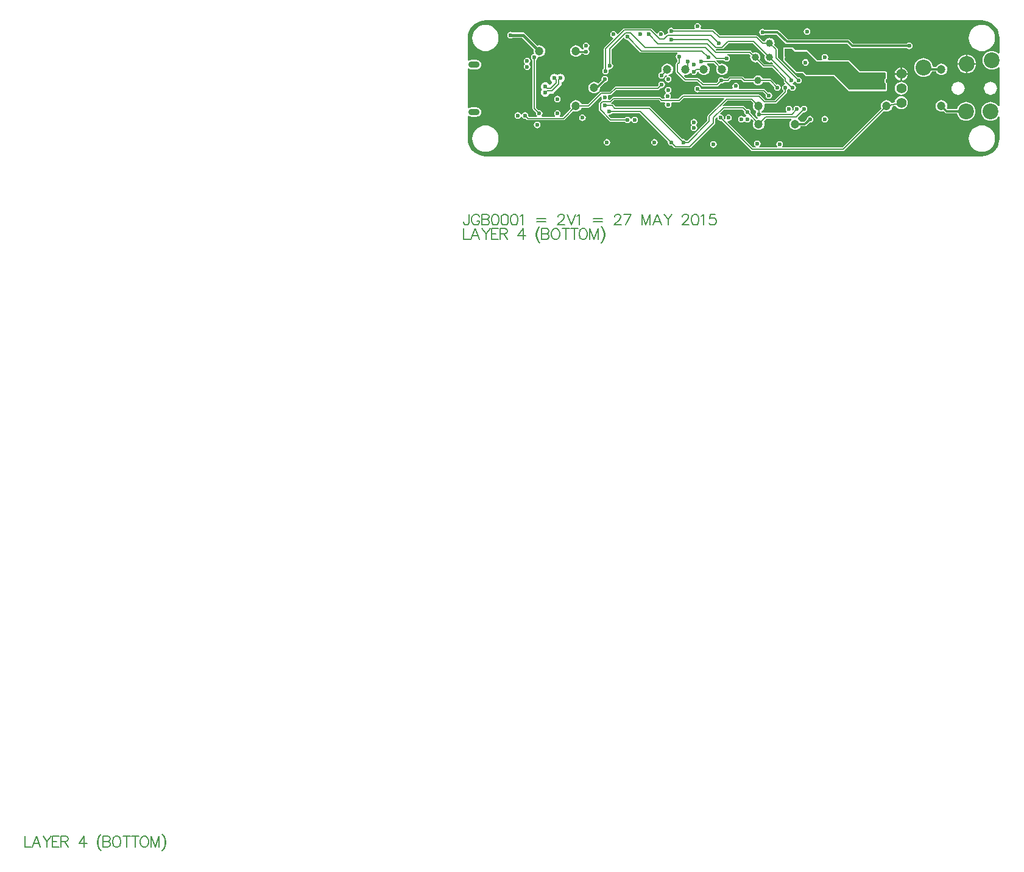
<source format=gbl>
%FSAX43Y43*%
%MOMM*%
G71*
G01*
G75*
G04 Layer_Physical_Order=4*
G04 Layer_Color=16711680*
%ADD10R,0.590X0.600*%
%ADD11R,0.630X0.610*%
%ADD12R,0.600X0.590*%
%ADD13R,0.610X0.630*%
%ADD14R,0.590X1.910*%
%ADD15R,0.550X0.300*%
%ADD16R,1.210X0.590*%
%ADD17R,1.280X0.590*%
%ADD18R,1.090X0.400*%
%ADD19R,0.400X1.090*%
%ADD20R,1.520X0.330*%
%ADD21R,0.930X0.790*%
%ADD22R,1.600X0.280*%
%ADD23C,0.750*%
%ADD24R,5.500X5.500*%
%ADD25R,0.280X1.600*%
%ADD26R,3.700X3.700*%
%ADD27O,0.800X0.220*%
%ADD28O,0.220X0.800*%
%ADD29R,1.270X1.020*%
%ADD30R,0.910X0.930*%
%ADD31R,1.140X1.470*%
%ADD32R,1.000X0.970*%
%ADD33C,1.000*%
%ADD34R,0.400X0.350*%
%ADD35R,1.350X0.400*%
%ADD36R,1.600X1.900*%
%ADD37R,1.400X1.600*%
%ADD38R,1.800X1.230*%
%ADD39R,1.160X1.470*%
%ADD40R,0.930X0.920*%
%ADD41R,0.920X0.930*%
%ADD42R,1.470X1.160*%
%ADD43R,0.350X0.400*%
%ADD44C,0.250*%
%ADD45C,0.150*%
%ADD46C,0.300*%
%ADD47C,0.500*%
%ADD48C,0.280*%
%ADD49C,0.400*%
%ADD50C,0.220*%
%ADD51C,0.160*%
%ADD52C,0.200*%
%ADD53C,0.600*%
%ADD54C,0.800*%
%ADD55C,0.590*%
%ADD56C,0.260*%
%ADD57R,1.200X1.600*%
%ADD58R,1.600X1.100*%
%ADD59R,1.200X1.600*%
%ADD60R,1.100X1.600*%
%ADD61C,1.400*%
%ADD62C,2.200*%
G04:AMPARAMS|DCode=63|XSize=0.9mm|YSize=1.6mm|CornerRadius=0.45mm|HoleSize=0mm|Usage=FLASHONLY|Rotation=270.000|XOffset=0mm|YOffset=0mm|HoleType=Round|Shape=RoundedRectangle|*
%AMROUNDEDRECTD63*
21,1,0.900,0.700,0,0,270.0*
21,1,0.000,1.600,0,0,270.0*
1,1,0.900,-0.350,0.000*
1,1,0.900,-0.350,0.000*
1,1,0.900,0.350,0.000*
1,1,0.900,0.350,0.000*
%
%ADD63ROUNDEDRECTD63*%
%ADD64C,0.600*%
%ADD65C,1.000*%
%ADD66C,1.800*%
G04:AMPARAMS|DCode=67|XSize=1.8mm|YSize=1.8mm|CornerRadius=0mm|HoleSize=0mm|Usage=FLASHONLY|Rotation=0.000|XOffset=0mm|YOffset=0mm|HoleType=Round|Shape=Relief|Width=0.2mm|Gap=0.25mm|Entries=4|*
%AMTHD67*
7,0,0,1.800,1.300,0.200,45*
%
%ADD67THD67*%
%ADD68C,1.900*%
G04:AMPARAMS|DCode=69|XSize=2.3mm|YSize=2.3mm|CornerRadius=0mm|HoleSize=0mm|Usage=FLASHONLY|Rotation=0.000|XOffset=0mm|YOffset=0mm|HoleType=Round|Shape=Relief|Width=0.2mm|Gap=0.25mm|Entries=4|*
%AMTHD69*
7,0,0,2.300,1.800,0.200,45*
%
%ADD69THD69*%
%ADD70O,1.800X1.100*%
%ADD71C,3.650*%
%ADD72C,0.850*%
%ADD73C,1.200*%
G36*
X0252383Y0174417D02*
X0252756Y0174328D01*
X0253111Y0174181D01*
X0253439Y0173980D01*
X0253731Y0173731D01*
X0253980Y0173439D01*
X0254181Y0173111D01*
X0254328Y0172756D01*
X0254417Y0172383D01*
X0254447Y0172011D01*
X0254445Y0172000D01*
Y0169890D01*
X0254295Y0169847D01*
X0254126Y0169986D01*
X0253900Y0170107D01*
X0253655Y0170181D01*
X0253400Y0170206D01*
X0253145Y0170181D01*
X0252900Y0170107D01*
X0252674Y0169986D01*
X0252476Y0169824D01*
X0252314Y0169626D01*
X0252193Y0169400D01*
X0252119Y0169155D01*
X0252094Y0168900D01*
X0252119Y0168645D01*
X0252193Y0168400D01*
X0252314Y0168174D01*
X0252476Y0167976D01*
X0252674Y0167814D01*
X0252900Y0167693D01*
X0253145Y0167619D01*
X0253400Y0167594D01*
X0253655Y0167619D01*
X0253900Y0167693D01*
X0254126Y0167814D01*
X0254295Y0167953D01*
X0254445Y0167910D01*
Y0162546D01*
X0254295Y0162509D01*
X0254286Y0162526D01*
X0254124Y0162724D01*
X0253926Y0162886D01*
X0253700Y0163007D01*
X0253455Y0163081D01*
X0253200Y0163106D01*
X0252945Y0163081D01*
X0252700Y0163007D01*
X0252474Y0162886D01*
X0252276Y0162724D01*
X0252114Y0162526D01*
X0251993Y0162300D01*
X0251919Y0162055D01*
X0251894Y0161800D01*
X0251919Y0161545D01*
X0251993Y0161300D01*
X0252114Y0161074D01*
X0252276Y0160876D01*
X0252474Y0160714D01*
X0252700Y0160593D01*
X0252945Y0160519D01*
X0253200Y0160494D01*
X0253455Y0160519D01*
X0253700Y0160593D01*
X0253926Y0160714D01*
X0254124Y0160876D01*
X0254286Y0161074D01*
X0254295Y0161091D01*
X0254445Y0161054D01*
Y0158000D01*
X0254447Y0157989D01*
X0254417Y0157617D01*
X0254328Y0157244D01*
X0254181Y0156889D01*
X0253980Y0156561D01*
X0253731Y0156269D01*
X0253439Y0156020D01*
X0253111Y0155819D01*
X0252756Y0155672D01*
X0252383Y0155583D01*
X0252011Y0155553D01*
X0252000Y0155555D01*
X0183000D01*
X0182989Y0155553D01*
X0182617Y0155583D01*
X0182244Y0155672D01*
X0181889Y0155819D01*
X0181561Y0156020D01*
X0181269Y0156269D01*
X0181020Y0156561D01*
X0180819Y0156889D01*
X0180672Y0157244D01*
X0180583Y0157617D01*
X0180553Y0157989D01*
X0180555Y0158000D01*
Y0161091D01*
X0180705Y0161165D01*
X0180747Y0161132D01*
X0180905Y0161067D01*
X0181075Y0161044D01*
X0181775D01*
X0181945Y0161067D01*
X0182103Y0161132D01*
X0182239Y0161236D01*
X0182343Y0161372D01*
X0182408Y0161530D01*
X0182431Y0161700D01*
X0182408Y0161870D01*
X0182343Y0162028D01*
X0182239Y0162164D01*
X0182103Y0162268D01*
X0181945Y0162333D01*
X0181775Y0162356D01*
X0181075D01*
X0180905Y0162333D01*
X0180747Y0162268D01*
X0180705Y0162235D01*
X0180555Y0162309D01*
Y0167691D01*
X0180705Y0167765D01*
X0180747Y0167732D01*
X0180905Y0167667D01*
X0181075Y0167644D01*
X0181775D01*
X0181945Y0167667D01*
X0182103Y0167732D01*
X0182239Y0167836D01*
X0182343Y0167972D01*
X0182408Y0168130D01*
X0182431Y0168300D01*
X0182408Y0168470D01*
X0182343Y0168628D01*
X0182239Y0168764D01*
X0182103Y0168868D01*
X0181945Y0168933D01*
X0181775Y0168956D01*
X0181075D01*
X0180905Y0168933D01*
X0180747Y0168868D01*
X0180705Y0168835D01*
X0180555Y0168909D01*
Y0172000D01*
X0180553Y0172011D01*
X0180583Y0172383D01*
X0180672Y0172756D01*
X0180819Y0173111D01*
X0181020Y0173439D01*
X0181269Y0173731D01*
X0181561Y0173980D01*
X0181889Y0174181D01*
X0182244Y0174328D01*
X0182617Y0174417D01*
X0182989Y0174447D01*
X0183000Y0174445D01*
X0252000D01*
X0252011Y0174447D01*
X0252383Y0174417D01*
D02*
G37*
%LPC*%
G36*
X0248700Y0165908D02*
X0248465Y0165877D01*
X0248246Y0165786D01*
X0248058Y0165642D01*
X0247914Y0165454D01*
X0247823Y0165235D01*
X0247792Y0165000D01*
X0247823Y0164765D01*
X0247914Y0164546D01*
X0248058Y0164358D01*
X0248246Y0164214D01*
X0248465Y0164123D01*
X0248700Y0164092D01*
X0248935Y0164123D01*
X0249154Y0164214D01*
X0249342Y0164358D01*
X0249486Y0164546D01*
X0249577Y0164765D01*
X0249608Y0165000D01*
X0249577Y0165235D01*
X0249486Y0165454D01*
X0249342Y0165642D01*
X0249154Y0165786D01*
X0248935Y0165877D01*
X0248700Y0165908D01*
D02*
G37*
G36*
X0253200D02*
X0252965Y0165877D01*
X0252746Y0165786D01*
X0252558Y0165642D01*
X0252414Y0165454D01*
X0252323Y0165235D01*
X0252292Y0165000D01*
X0252323Y0164765D01*
X0252414Y0164546D01*
X0252558Y0164358D01*
X0252746Y0164214D01*
X0252965Y0164123D01*
X0253200Y0164092D01*
X0253435Y0164123D01*
X0253654Y0164214D01*
X0253842Y0164358D01*
X0253986Y0164546D01*
X0254077Y0164765D01*
X0254108Y0165000D01*
X0254077Y0165235D01*
X0253986Y0165454D01*
X0253842Y0165642D01*
X0253654Y0165786D01*
X0253435Y0165877D01*
X0253200Y0165908D01*
D02*
G37*
G36*
X0193000Y0163959D02*
X0192824Y0163924D01*
X0192676Y0163824D01*
X0192576Y0163676D01*
X0192541Y0163500D01*
X0192576Y0163324D01*
X0192676Y0163176D01*
X0192824Y0163076D01*
X0193000Y0163041D01*
X0193176Y0163076D01*
X0193324Y0163176D01*
X0193424Y0163324D01*
X0193459Y0163500D01*
X0193424Y0163676D01*
X0193324Y0163824D01*
X0193176Y0163924D01*
X0193000Y0163959D01*
D02*
G37*
G36*
X0240800Y0165908D02*
X0240565Y0165877D01*
X0240346Y0165786D01*
X0240158Y0165642D01*
X0240014Y0165454D01*
X0239923Y0165235D01*
X0239892Y0165000D01*
X0239923Y0164765D01*
X0240014Y0164546D01*
X0240158Y0164358D01*
X0240346Y0164214D01*
X0240565Y0164123D01*
X0240800Y0164092D01*
X0241035Y0164123D01*
X0241254Y0164214D01*
X0241442Y0164358D01*
X0241586Y0164546D01*
X0241677Y0164765D01*
X0241708Y0165000D01*
X0241677Y0165235D01*
X0241586Y0165454D01*
X0241442Y0165642D01*
X0241254Y0165786D01*
X0241035Y0165877D01*
X0240800Y0165908D01*
D02*
G37*
G36*
X0225600Y0170704D02*
X0224600D01*
X0224522Y0170688D01*
X0224456Y0170644D01*
X0224412Y0170578D01*
X0224396Y0170500D01*
Y0170100D01*
Y0169511D01*
X0224400Y0169492D01*
Y0169472D01*
X0224408Y0169453D01*
X0224412Y0169433D01*
X0224423Y0169417D01*
X0224430Y0169398D01*
X0224432Y0169396D01*
X0224451Y0169300D01*
X0224432Y0169204D01*
X0224430Y0169202D01*
X0224423Y0169183D01*
X0224412Y0169167D01*
X0224408Y0169147D01*
X0224400Y0169128D01*
Y0169108D01*
X0224396Y0169089D01*
Y0169000D01*
X0224412Y0168922D01*
X0224456Y0168856D01*
X0224456Y0168856D01*
X0224856Y0168456D01*
X0226156Y0167156D01*
X0226222Y0167112D01*
X0226300Y0167096D01*
X0227116D01*
X0227456Y0166756D01*
X0227522Y0166712D01*
X0227600Y0166696D01*
X0231416D01*
X0232456Y0165656D01*
X0232456Y0165656D01*
X0233456Y0164656D01*
X0233522Y0164612D01*
X0233600Y0164596D01*
X0238600D01*
X0238678Y0164612D01*
X0238744Y0164656D01*
X0238788Y0164722D01*
X0238804Y0164800D01*
Y0165659D01*
X0238800Y0165679D01*
Y0165699D01*
X0238792Y0165718D01*
X0238788Y0165737D01*
X0238777Y0165754D01*
X0238770Y0165773D01*
X0238755Y0165787D01*
X0238744Y0165803D01*
X0238728Y0165814D01*
X0238668Y0165904D01*
X0238649Y0166000D01*
X0238668Y0166096D01*
X0238728Y0166186D01*
X0238744Y0166197D01*
X0238755Y0166213D01*
X0238770Y0166227D01*
X0238777Y0166246D01*
X0238788Y0166263D01*
X0238792Y0166282D01*
X0238800Y0166301D01*
Y0166321D01*
X0238804Y0166341D01*
Y0167159D01*
X0238800Y0167179D01*
Y0167199D01*
X0238792Y0167218D01*
X0238788Y0167237D01*
X0238777Y0167254D01*
X0238770Y0167273D01*
X0238755Y0167287D01*
X0238744Y0167303D01*
X0238727Y0167315D01*
X0238715Y0167327D01*
X0238703Y0167344D01*
X0238687Y0167355D01*
X0238673Y0167370D01*
X0238654Y0167377D01*
X0238637Y0167388D01*
X0238618Y0167392D01*
X0238599Y0167400D01*
X0238579D01*
X0238559Y0167404D01*
X0235084Y0167404D01*
X0233644Y0168844D01*
X0233644Y0168844D01*
X0233578Y0168888D01*
X0233500Y0168904D01*
X0230657Y0168904D01*
X0230577Y0169054D01*
X0230624Y0169124D01*
X0230659Y0169300D01*
X0230624Y0169476D01*
X0230524Y0169624D01*
X0230376Y0169724D01*
X0230200Y0169759D01*
X0230024Y0169724D01*
X0229876Y0169624D01*
X0229776Y0169476D01*
X0229741Y0169300D01*
X0229776Y0169124D01*
X0229823Y0169054D01*
X0229743Y0168904D01*
X0229184D01*
X0227844Y0170244D01*
X0227778Y0170288D01*
X0227700Y0170304D01*
X0226084Y0170304D01*
X0225744Y0170644D01*
X0225744Y0170644D01*
X0225678Y0170688D01*
X0225600Y0170704D01*
D02*
G37*
G36*
X0208280Y0168447D02*
X0208071Y0168419D01*
X0207877Y0168339D01*
X0207709Y0168211D01*
X0207581Y0168043D01*
X0207501Y0167849D01*
X0207473Y0167640D01*
X0207501Y0167431D01*
X0207515Y0167397D01*
X0207417Y0167242D01*
X0207324Y0167224D01*
X0207176Y0167124D01*
X0207076Y0166976D01*
X0207041Y0166800D01*
X0207076Y0166624D01*
X0207176Y0166476D01*
X0207324Y0166376D01*
X0207500Y0166341D01*
X0207676Y0166376D01*
X0207824Y0166476D01*
X0207924Y0166624D01*
X0207949Y0166749D01*
X0208041Y0166833D01*
X0208100Y0166857D01*
X0208174Y0166847D01*
X0208286Y0166753D01*
Y0166753D01*
X0208287Y0166731D01*
X0208287Y0166730D01*
X0208287Y0166730D01*
X0208290Y0166692D01*
Y0166692D01*
X0208262Y0166684D01*
X0208224Y0166674D01*
X0208164Y0166633D01*
X0208076Y0166574D01*
X0207976Y0166426D01*
X0207941Y0166250D01*
X0207976Y0166074D01*
X0208076Y0165926D01*
X0208224Y0165826D01*
X0208400Y0165791D01*
X0208576Y0165826D01*
X0208724Y0165926D01*
X0208824Y0166074D01*
X0208859Y0166250D01*
X0208824Y0166426D01*
X0208724Y0166574D01*
X0208576Y0166674D01*
X0208439Y0166701D01*
X0208434Y0166702D01*
X0208435Y0166735D01*
X0208435Y0166736D01*
X0208435Y0166745D01*
X0208436Y0166756D01*
X0208517Y0166872D01*
X0208683Y0166941D01*
X0208851Y0167069D01*
X0208979Y0167237D01*
X0209059Y0167431D01*
X0209087Y0167640D01*
X0209059Y0167849D01*
X0208979Y0168043D01*
X0208851Y0168211D01*
X0208683Y0168339D01*
X0208489Y0168419D01*
X0208280Y0168447D01*
D02*
G37*
G36*
X0240700Y0166900D02*
X0239905D01*
X0239923Y0166765D01*
X0240014Y0166546D01*
X0240158Y0166358D01*
X0240346Y0166214D01*
X0240565Y0166123D01*
X0240700Y0166105D01*
Y0166900D01*
D02*
G37*
G36*
X0217800Y0165759D02*
X0217624Y0165724D01*
X0217476Y0165624D01*
X0217376Y0165476D01*
X0217341Y0165300D01*
X0217376Y0165124D01*
X0217406Y0165079D01*
X0217326Y0164929D01*
X0212953D01*
X0212924Y0165076D01*
X0212824Y0165224D01*
X0212676Y0165324D01*
X0212500Y0165359D01*
X0212324Y0165324D01*
X0212176Y0165224D01*
X0212076Y0165076D01*
X0212041Y0164900D01*
X0212076Y0164724D01*
X0212176Y0164576D01*
X0212324Y0164476D01*
X0212500Y0164441D01*
X0212674Y0164476D01*
X0212700Y0164471D01*
X0221605D01*
X0221963Y0164112D01*
X0221941Y0164000D01*
X0221976Y0163824D01*
X0222076Y0163676D01*
X0222224Y0163576D01*
X0222400Y0163541D01*
X0222576Y0163576D01*
X0222724Y0163676D01*
X0222824Y0163824D01*
X0222859Y0164000D01*
X0222824Y0164176D01*
X0222724Y0164324D01*
X0222576Y0164424D01*
X0222400Y0164459D01*
X0222288Y0164437D01*
X0221862Y0164862D01*
X0221788Y0164912D01*
X0221700Y0164929D01*
X0218274D01*
X0218194Y0165079D01*
X0218224Y0165124D01*
X0218259Y0165300D01*
X0218224Y0165476D01*
X0218124Y0165624D01*
X0217976Y0165724D01*
X0217800Y0165759D01*
D02*
G37*
G36*
X0199600Y0166709D02*
X0199424Y0166674D01*
X0199276Y0166574D01*
X0199176Y0166426D01*
X0199141Y0166250D01*
X0199148Y0166216D01*
X0198641Y0165709D01*
X0198523Y0165799D01*
X0198329Y0165879D01*
X0198120Y0165907D01*
X0197911Y0165879D01*
X0197717Y0165799D01*
X0197549Y0165671D01*
X0197421Y0165503D01*
X0197341Y0165309D01*
X0197313Y0165100D01*
X0197341Y0164891D01*
X0197421Y0164697D01*
X0197549Y0164529D01*
X0197717Y0164401D01*
X0197911Y0164321D01*
X0198120Y0164293D01*
X0198329Y0164321D01*
X0198523Y0164401D01*
X0198691Y0164529D01*
X0198819Y0164697D01*
X0198899Y0164891D01*
X0198927Y0165100D01*
X0198920Y0165152D01*
X0199566Y0165798D01*
X0199600Y0165791D01*
X0199776Y0165826D01*
X0199924Y0165926D01*
X0200024Y0166074D01*
X0200059Y0166250D01*
X0200024Y0166426D01*
X0199924Y0166574D01*
X0199776Y0166674D01*
X0199600Y0166709D01*
D02*
G37*
G36*
X0214700Y0157659D02*
X0214524Y0157624D01*
X0214376Y0157524D01*
X0214276Y0157376D01*
X0214241Y0157200D01*
X0214276Y0157024D01*
X0214376Y0156876D01*
X0214524Y0156776D01*
X0214700Y0156741D01*
X0214876Y0156776D01*
X0215024Y0156876D01*
X0215124Y0157024D01*
X0215159Y0157200D01*
X0215124Y0157376D01*
X0215024Y0157524D01*
X0214876Y0157624D01*
X0214700Y0157659D01*
D02*
G37*
G36*
X0199900Y0157959D02*
X0199724Y0157924D01*
X0199576Y0157824D01*
X0199476Y0157676D01*
X0199441Y0157500D01*
X0199476Y0157324D01*
X0199576Y0157176D01*
X0199724Y0157076D01*
X0199900Y0157041D01*
X0200076Y0157076D01*
X0200224Y0157176D01*
X0200324Y0157324D01*
X0200359Y0157500D01*
X0200324Y0157676D01*
X0200224Y0157824D01*
X0200076Y0157924D01*
X0199900Y0157959D01*
D02*
G37*
G36*
X0183000Y0159834D02*
X0182642Y0159799D01*
X0182298Y0159694D01*
X0181981Y0159525D01*
X0181703Y0159297D01*
X0181475Y0159019D01*
X0181306Y0158702D01*
X0181201Y0158358D01*
X0181166Y0158000D01*
X0181201Y0157642D01*
X0181306Y0157298D01*
X0181475Y0156981D01*
X0181703Y0156703D01*
X0181981Y0156475D01*
X0182298Y0156306D01*
X0182642Y0156201D01*
X0183000Y0156166D01*
X0183358Y0156201D01*
X0183702Y0156306D01*
X0184019Y0156475D01*
X0184297Y0156703D01*
X0184525Y0156981D01*
X0184694Y0157298D01*
X0184799Y0157642D01*
X0184834Y0158000D01*
X0184799Y0158358D01*
X0184694Y0158702D01*
X0184525Y0159019D01*
X0184297Y0159297D01*
X0184019Y0159525D01*
X0183702Y0159694D01*
X0183358Y0159799D01*
X0183000Y0159834D01*
D02*
G37*
G36*
X0252000D02*
X0251642Y0159799D01*
X0251298Y0159694D01*
X0250981Y0159525D01*
X0250703Y0159297D01*
X0250475Y0159019D01*
X0250306Y0158702D01*
X0250201Y0158358D01*
X0250166Y0158000D01*
X0250201Y0157642D01*
X0250306Y0157298D01*
X0250475Y0156981D01*
X0250703Y0156703D01*
X0250981Y0156475D01*
X0251298Y0156306D01*
X0251642Y0156201D01*
X0252000Y0156166D01*
X0252358Y0156201D01*
X0252702Y0156306D01*
X0253019Y0156475D01*
X0253297Y0156703D01*
X0253525Y0156981D01*
X0253694Y0157298D01*
X0253799Y0157642D01*
X0253834Y0158000D01*
X0253799Y0158358D01*
X0253694Y0158702D01*
X0253525Y0159019D01*
X0253297Y0159297D01*
X0253019Y0159525D01*
X0252702Y0159694D01*
X0252358Y0159799D01*
X0252000Y0159834D01*
D02*
G37*
G36*
X0206500Y0157959D02*
X0206324Y0157924D01*
X0206176Y0157824D01*
X0206076Y0157676D01*
X0206041Y0157500D01*
X0206076Y0157324D01*
X0206176Y0157176D01*
X0206324Y0157076D01*
X0206500Y0157041D01*
X0206676Y0157076D01*
X0206824Y0157176D01*
X0206924Y0157324D01*
X0206959Y0157500D01*
X0206924Y0157676D01*
X0206824Y0157824D01*
X0206676Y0157924D01*
X0206500Y0157959D01*
D02*
G37*
G36*
X0196500Y0161359D02*
X0196324Y0161324D01*
X0196176Y0161224D01*
X0196076Y0161076D01*
X0196041Y0160900D01*
X0196076Y0160724D01*
X0196176Y0160576D01*
X0196324Y0160476D01*
X0196500Y0160441D01*
X0196676Y0160476D01*
X0196824Y0160576D01*
X0196924Y0160724D01*
X0196959Y0160900D01*
X0196924Y0161076D01*
X0196824Y0161224D01*
X0196676Y0161324D01*
X0196500Y0161359D01*
D02*
G37*
G36*
X0246380Y0163367D02*
X0246171Y0163339D01*
X0245977Y0163259D01*
X0245809Y0163131D01*
X0245681Y0162963D01*
X0245601Y0162769D01*
X0245573Y0162560D01*
X0245601Y0162351D01*
X0245681Y0162157D01*
X0245809Y0161989D01*
X0245977Y0161861D01*
X0246171Y0161781D01*
X0246380Y0161753D01*
X0246589Y0161781D01*
X0246686Y0161821D01*
X0246924Y0161584D01*
X0247023Y0161517D01*
X0247140Y0161494D01*
X0248534D01*
X0248593Y0161300D01*
X0248714Y0161074D01*
X0248876Y0160876D01*
X0249074Y0160714D01*
X0249300Y0160593D01*
X0249545Y0160519D01*
X0249800Y0160494D01*
X0250055Y0160519D01*
X0250300Y0160593D01*
X0250526Y0160714D01*
X0250724Y0160876D01*
X0250886Y0161074D01*
X0251007Y0161300D01*
X0251081Y0161545D01*
X0251106Y0161800D01*
X0251081Y0162055D01*
X0251007Y0162300D01*
X0250886Y0162526D01*
X0250724Y0162724D01*
X0250526Y0162886D01*
X0250300Y0163007D01*
X0250055Y0163081D01*
X0249800Y0163106D01*
X0249545Y0163081D01*
X0249300Y0163007D01*
X0249074Y0162886D01*
X0248876Y0162724D01*
X0248714Y0162526D01*
X0248593Y0162300D01*
X0248534Y0162106D01*
X0247267D01*
X0247119Y0162254D01*
X0247159Y0162351D01*
X0247187Y0162560D01*
X0247159Y0162769D01*
X0247079Y0162963D01*
X0246951Y0163131D01*
X0246783Y0163259D01*
X0246589Y0163339D01*
X0246380Y0163367D01*
D02*
G37*
G36*
X0190200Y0160359D02*
X0190024Y0160324D01*
X0189876Y0160224D01*
X0189776Y0160076D01*
X0189741Y0159900D01*
X0189776Y0159724D01*
X0189876Y0159576D01*
X0190024Y0159476D01*
X0190200Y0159441D01*
X0190376Y0159476D01*
X0190524Y0159576D01*
X0190624Y0159724D01*
X0190659Y0159900D01*
X0190624Y0160076D01*
X0190524Y0160224D01*
X0190376Y0160324D01*
X0190200Y0160359D01*
D02*
G37*
G36*
X0230200Y0161159D02*
X0230024Y0161124D01*
X0229876Y0161024D01*
X0229776Y0160876D01*
X0229741Y0160700D01*
X0229776Y0160524D01*
X0229876Y0160376D01*
X0230024Y0160276D01*
X0230200Y0160241D01*
X0230376Y0160276D01*
X0230524Y0160376D01*
X0230624Y0160524D01*
X0230659Y0160700D01*
X0230624Y0160876D01*
X0230524Y0161024D01*
X0230376Y0161124D01*
X0230200Y0161159D01*
D02*
G37*
G36*
X0221500Y0173259D02*
X0221324Y0173224D01*
X0221176Y0173124D01*
X0221076Y0172976D01*
X0221041Y0172800D01*
X0221076Y0172624D01*
X0221176Y0172476D01*
X0221324Y0172376D01*
X0221500Y0172341D01*
X0221676Y0172376D01*
X0221824Y0172476D01*
X0221837Y0172494D01*
X0223473D01*
X0224684Y0171284D01*
X0224783Y0171217D01*
X0224900Y0171194D01*
X0233273D01*
X0233784Y0170684D01*
X0233784Y0170684D01*
X0233883Y0170617D01*
X0234000Y0170594D01*
X0234000Y0170594D01*
X0241563D01*
X0241576Y0170576D01*
X0241724Y0170476D01*
X0241900Y0170441D01*
X0242076Y0170476D01*
X0242224Y0170576D01*
X0242324Y0170724D01*
X0242359Y0170900D01*
X0242324Y0171076D01*
X0242224Y0171224D01*
X0242076Y0171324D01*
X0241900Y0171359D01*
X0241724Y0171324D01*
X0241576Y0171224D01*
X0241563Y0171206D01*
X0234127D01*
X0233616Y0171716D01*
X0233517Y0171783D01*
X0233400Y0171806D01*
X0233400Y0171806D01*
X0225027D01*
X0223816Y0173016D01*
X0223717Y0173083D01*
X0223600Y0173106D01*
X0223600Y0173106D01*
X0221837D01*
X0221824Y0173124D01*
X0221676Y0173224D01*
X0221500Y0173259D01*
D02*
G37*
G36*
X0197000Y0171359D02*
X0196824Y0171324D01*
X0196676Y0171224D01*
X0196576Y0171076D01*
X0196541Y0170900D01*
X0196576Y0170724D01*
X0196662Y0170596D01*
X0196675Y0170538D01*
X0196672Y0170525D01*
X0196557Y0170396D01*
X0196357D01*
X0196279Y0170583D01*
X0196151Y0170751D01*
X0195983Y0170879D01*
X0195789Y0170959D01*
X0195580Y0170987D01*
X0195371Y0170959D01*
X0195177Y0170879D01*
X0195009Y0170751D01*
X0194881Y0170583D01*
X0194801Y0170389D01*
X0194773Y0170180D01*
X0194801Y0169971D01*
X0194881Y0169777D01*
X0195009Y0169609D01*
X0195177Y0169481D01*
X0195371Y0169401D01*
X0195580Y0169373D01*
X0195789Y0169401D01*
X0195983Y0169481D01*
X0196151Y0169609D01*
X0196279Y0169777D01*
X0196290Y0169804D01*
X0196656D01*
X0196676Y0169776D01*
X0196824Y0169676D01*
X0197000Y0169641D01*
X0197176Y0169676D01*
X0197324Y0169776D01*
X0197424Y0169924D01*
X0197459Y0170100D01*
X0197424Y0170276D01*
X0197338Y0170404D01*
X0197324Y0170470D01*
Y0170530D01*
X0197338Y0170596D01*
X0197424Y0170724D01*
X0197459Y0170900D01*
X0197424Y0171076D01*
X0197324Y0171224D01*
X0197176Y0171324D01*
X0197000Y0171359D01*
D02*
G37*
G36*
X0188800Y0169259D02*
X0188624Y0169224D01*
X0188476Y0169124D01*
X0188376Y0168976D01*
X0188341Y0168800D01*
X0188376Y0168624D01*
X0188462Y0168496D01*
X0188476Y0168430D01*
Y0168370D01*
X0188462Y0168304D01*
X0188376Y0168176D01*
X0188341Y0168000D01*
X0188376Y0167824D01*
X0188476Y0167676D01*
X0188624Y0167576D01*
X0188800Y0167541D01*
X0188976Y0167576D01*
X0189124Y0167676D01*
X0189224Y0167824D01*
X0189259Y0168000D01*
X0189224Y0168176D01*
X0189138Y0168304D01*
X0189124Y0168370D01*
Y0168430D01*
X0189138Y0168496D01*
X0189224Y0168624D01*
X0189259Y0168800D01*
X0189224Y0168976D01*
X0189124Y0169124D01*
X0188976Y0169224D01*
X0188800Y0169259D01*
D02*
G37*
G36*
X0227700Y0173359D02*
X0227524Y0173324D01*
X0227376Y0173224D01*
X0227276Y0173076D01*
X0227241Y0172900D01*
X0227276Y0172724D01*
X0227376Y0172576D01*
X0227524Y0172476D01*
X0227700Y0172441D01*
X0227876Y0172476D01*
X0228024Y0172576D01*
X0228124Y0172724D01*
X0228159Y0172900D01*
X0228124Y0173076D01*
X0228024Y0173224D01*
X0227876Y0173324D01*
X0227700Y0173359D01*
D02*
G37*
G36*
X0250000Y0169696D02*
Y0168500D01*
X0251196D01*
X0251181Y0168655D01*
X0251107Y0168900D01*
X0250986Y0169126D01*
X0250824Y0169324D01*
X0250626Y0169486D01*
X0250400Y0169607D01*
X0250155Y0169681D01*
X0250000Y0169696D01*
D02*
G37*
G36*
X0183000Y0173834D02*
X0182642Y0173799D01*
X0182298Y0173694D01*
X0181981Y0173525D01*
X0181703Y0173297D01*
X0181475Y0173019D01*
X0181306Y0172702D01*
X0181201Y0172358D01*
X0181166Y0172000D01*
X0181201Y0171642D01*
X0181306Y0171298D01*
X0181475Y0170981D01*
X0181703Y0170703D01*
X0181981Y0170475D01*
X0182298Y0170306D01*
X0182642Y0170201D01*
X0183000Y0170166D01*
X0183358Y0170201D01*
X0183702Y0170306D01*
X0184019Y0170475D01*
X0184297Y0170703D01*
X0184525Y0170981D01*
X0184694Y0171298D01*
X0184799Y0171642D01*
X0184834Y0172000D01*
X0184799Y0172358D01*
X0184694Y0172702D01*
X0184525Y0173019D01*
X0184297Y0173297D01*
X0184019Y0173525D01*
X0183702Y0173694D01*
X0183358Y0173799D01*
X0183000Y0173834D01*
D02*
G37*
G36*
X0252000D02*
X0251642Y0173799D01*
X0251298Y0173694D01*
X0250981Y0173525D01*
X0250703Y0173297D01*
X0250475Y0173019D01*
X0250306Y0172702D01*
X0250201Y0172358D01*
X0250166Y0172000D01*
X0250201Y0171642D01*
X0250306Y0171298D01*
X0250475Y0170981D01*
X0250703Y0170703D01*
X0250981Y0170475D01*
X0251298Y0170306D01*
X0251642Y0170201D01*
X0252000Y0170166D01*
X0252358Y0170201D01*
X0252702Y0170306D01*
X0253019Y0170475D01*
X0253297Y0170703D01*
X0253525Y0170981D01*
X0253694Y0171298D01*
X0253799Y0171642D01*
X0253834Y0172000D01*
X0253799Y0172358D01*
X0253694Y0172702D01*
X0253525Y0173019D01*
X0253297Y0173297D01*
X0253019Y0173525D01*
X0252702Y0173694D01*
X0252358Y0173799D01*
X0252000Y0173834D01*
D02*
G37*
G36*
X0249800Y0169696D02*
X0249645Y0169681D01*
X0249400Y0169607D01*
X0249174Y0169486D01*
X0248976Y0169324D01*
X0248814Y0169126D01*
X0248693Y0168900D01*
X0248619Y0168655D01*
X0248604Y0168500D01*
X0249800D01*
Y0169696D01*
D02*
G37*
G36*
X0193400Y0167005D02*
X0193243Y0166985D01*
X0193097Y0166924D01*
X0193000Y0166849D01*
X0192903Y0166924D01*
X0192757Y0166985D01*
X0192600Y0167005D01*
X0192443Y0166985D01*
X0192297Y0166924D01*
X0192172Y0166828D01*
X0192076Y0166703D01*
X0192015Y0166557D01*
X0191995Y0166400D01*
X0192015Y0166243D01*
X0192076Y0166097D01*
X0192172Y0165972D01*
X0192221Y0165935D01*
X0192245Y0165747D01*
X0192016Y0165517D01*
X0191892Y0165525D01*
X0191834Y0165548D01*
X0191753Y0165653D01*
X0191628Y0165749D01*
X0191482Y0165810D01*
X0191325Y0165830D01*
X0191168Y0165810D01*
X0191022Y0165749D01*
X0190897Y0165653D01*
X0190801Y0165528D01*
X0190740Y0165382D01*
X0190720Y0165225D01*
X0190740Y0165068D01*
X0190801Y0164922D01*
X0190876Y0164825D01*
X0190801Y0164728D01*
X0190740Y0164582D01*
X0190720Y0164425D01*
X0190740Y0164268D01*
X0190801Y0164122D01*
X0190897Y0163997D01*
X0191022Y0163901D01*
X0191168Y0163840D01*
X0191325Y0163820D01*
X0191482Y0163840D01*
X0191628Y0163901D01*
X0191753Y0163997D01*
X0191849Y0164122D01*
X0191899Y0164242D01*
X0192220D01*
X0192220Y0164242D01*
X0192350Y0164268D01*
X0192376Y0164273D01*
X0192508Y0164362D01*
X0193463Y0165317D01*
X0193552Y0165449D01*
X0193557Y0165475D01*
X0193583Y0165605D01*
X0193583Y0165605D01*
Y0165826D01*
X0193703Y0165876D01*
X0193828Y0165972D01*
X0193924Y0166097D01*
X0193985Y0166243D01*
X0194005Y0166400D01*
X0193985Y0166557D01*
X0193924Y0166703D01*
X0193828Y0166828D01*
X0193703Y0166924D01*
X0193557Y0166985D01*
X0193400Y0167005D01*
D02*
G37*
G36*
X0240700Y0167895D02*
X0240565Y0167877D01*
X0240346Y0167786D01*
X0240158Y0167642D01*
X0240014Y0167454D01*
X0239923Y0167235D01*
X0239905Y0167100D01*
X0240700D01*
Y0167895D01*
D02*
G37*
G36*
X0241695Y0166900D02*
X0240900D01*
Y0166105D01*
X0241035Y0166123D01*
X0241254Y0166214D01*
X0241442Y0166358D01*
X0241586Y0166546D01*
X0241677Y0166765D01*
X0241695Y0166900D01*
D02*
G37*
G36*
X0243900Y0169206D02*
X0243645Y0169181D01*
X0243400Y0169107D01*
X0243174Y0168986D01*
X0242976Y0168824D01*
X0242814Y0168626D01*
X0242693Y0168400D01*
X0242619Y0168155D01*
X0242594Y0167900D01*
X0242619Y0167645D01*
X0242693Y0167400D01*
X0242814Y0167174D01*
X0242976Y0166976D01*
X0243174Y0166814D01*
X0243400Y0166693D01*
X0243645Y0166619D01*
X0243900Y0166594D01*
X0244155Y0166619D01*
X0244400Y0166693D01*
X0244626Y0166814D01*
X0244824Y0166976D01*
X0244986Y0167174D01*
X0245072Y0167334D01*
X0245641D01*
X0245681Y0167237D01*
X0245809Y0167069D01*
X0245977Y0166941D01*
X0246171Y0166861D01*
X0246380Y0166833D01*
X0246589Y0166861D01*
X0246783Y0166941D01*
X0246951Y0167069D01*
X0247079Y0167237D01*
X0247159Y0167431D01*
X0247187Y0167640D01*
X0247159Y0167849D01*
X0247079Y0168043D01*
X0246951Y0168211D01*
X0246783Y0168339D01*
X0246589Y0168419D01*
X0246380Y0168447D01*
X0246171Y0168419D01*
X0245977Y0168339D01*
X0245809Y0168211D01*
X0245681Y0168043D01*
X0245641Y0167946D01*
X0245202D01*
X0245181Y0168155D01*
X0245107Y0168400D01*
X0244986Y0168626D01*
X0244824Y0168824D01*
X0244626Y0168986D01*
X0244400Y0169107D01*
X0244155Y0169181D01*
X0243900Y0169206D01*
D02*
G37*
G36*
X0249800Y0168300D02*
X0248604D01*
X0248619Y0168145D01*
X0248693Y0167900D01*
X0248814Y0167674D01*
X0248976Y0167476D01*
X0249174Y0167314D01*
X0249400Y0167193D01*
X0249645Y0167119D01*
X0249800Y0167104D01*
Y0168300D01*
D02*
G37*
G36*
X0251196D02*
X0250000D01*
Y0167104D01*
X0250155Y0167119D01*
X0250400Y0167193D01*
X0250626Y0167314D01*
X0250824Y0167476D01*
X0250986Y0167674D01*
X0251107Y0167900D01*
X0251181Y0168145D01*
X0251196Y0168300D01*
D02*
G37*
G36*
X0212500Y0174059D02*
X0212324Y0174024D01*
X0212176Y0173924D01*
X0212076Y0173776D01*
X0212041Y0173600D01*
X0212076Y0173424D01*
X0212106Y0173379D01*
X0212026Y0173229D01*
X0209188D01*
X0209124Y0173324D01*
X0208976Y0173424D01*
X0208800Y0173459D01*
X0208624Y0173424D01*
X0208476Y0173324D01*
X0208376Y0173176D01*
X0208341Y0173000D01*
X0208376Y0172824D01*
X0208406Y0172779D01*
X0208326Y0172629D01*
X0208300D01*
X0208212Y0172612D01*
X0208138Y0172562D01*
X0207996Y0172420D01*
X0207858Y0172494D01*
X0207859Y0172500D01*
X0207824Y0172676D01*
X0207724Y0172824D01*
X0207576Y0172924D01*
X0207400Y0172959D01*
X0207224Y0172924D01*
X0207076Y0172824D01*
X0206976Y0172676D01*
X0206974Y0172663D01*
X0206811Y0172614D01*
X0206162Y0173262D01*
X0206088Y0173312D01*
X0206000Y0173329D01*
X0202300D01*
X0202212Y0173312D01*
X0202138Y0173262D01*
X0201406Y0172530D01*
X0201243Y0172580D01*
X0201224Y0172676D01*
X0201124Y0172824D01*
X0200976Y0172924D01*
X0200800Y0172959D01*
X0200624Y0172924D01*
X0200476Y0172824D01*
X0200376Y0172676D01*
X0200341Y0172500D01*
X0200376Y0172324D01*
X0200476Y0172176D01*
X0200624Y0172076D01*
X0200720Y0172057D01*
X0200770Y0171894D01*
X0199538Y0170662D01*
X0199488Y0170588D01*
X0199471Y0170500D01*
Y0167788D01*
X0199376Y0167724D01*
X0199276Y0167576D01*
X0199241Y0167400D01*
X0199276Y0167224D01*
X0199376Y0167076D01*
X0199524Y0166976D01*
X0199700Y0166941D01*
X0199876Y0166976D01*
X0200024Y0167076D01*
X0200124Y0167224D01*
X0200159Y0167400D01*
X0200135Y0167521D01*
X0200225Y0167636D01*
X0200250Y0167651D01*
X0200300Y0167641D01*
X0200476Y0167676D01*
X0200624Y0167776D01*
X0200724Y0167924D01*
X0200759Y0168100D01*
X0200724Y0168276D01*
X0200624Y0168424D01*
X0200529Y0168488D01*
Y0170405D01*
X0202163Y0172038D01*
X0202325Y0171989D01*
X0202326Y0171984D01*
X0202426Y0171836D01*
X0202574Y0171736D01*
X0202750Y0171701D01*
X0202862Y0171723D01*
X0204548Y0170038D01*
X0204622Y0169988D01*
X0204710Y0169971D01*
X0209695D01*
X0209722Y0169834D01*
X0209719Y0169821D01*
X0209576Y0169724D01*
X0209476Y0169576D01*
X0209441Y0169400D01*
X0209476Y0169224D01*
X0209576Y0169076D01*
X0209671Y0169012D01*
Y0168700D01*
Y0168695D01*
X0209538Y0168562D01*
X0209488Y0168488D01*
X0209471Y0168400D01*
Y0167300D01*
X0209488Y0167212D01*
X0209538Y0167138D01*
X0210638Y0166038D01*
X0210712Y0165988D01*
X0210800Y0165971D01*
X0212405D01*
X0213038Y0165338D01*
X0213038Y0165338D01*
X0213112Y0165288D01*
X0213127Y0165285D01*
X0213200Y0165271D01*
X0213200Y0165271D01*
X0215200D01*
X0215288Y0165288D01*
X0215362Y0165338D01*
X0215688Y0165663D01*
X0215800Y0165641D01*
X0215976Y0165676D01*
X0216124Y0165776D01*
X0216188Y0165871D01*
X0216700D01*
X0216788Y0165888D01*
X0216862Y0165938D01*
X0217095Y0166171D01*
X0218605D01*
X0218838Y0165938D01*
X0218912Y0165888D01*
X0219000Y0165871D01*
X0219000Y0165871D01*
X0220237D01*
X0220289Y0165747D01*
X0220401Y0165601D01*
X0220547Y0165489D01*
X0220717Y0165418D01*
X0220900Y0165394D01*
X0221083Y0165418D01*
X0221253Y0165489D01*
X0221399Y0165601D01*
X0221511Y0165747D01*
X0221563Y0165871D01*
X0222504D01*
X0223163Y0165212D01*
X0223141Y0165100D01*
X0223176Y0164924D01*
X0223275Y0164775D01*
X0223424Y0164676D01*
X0223600Y0164641D01*
X0223775Y0164676D01*
X0223924Y0164775D01*
X0224023Y0164924D01*
X0224058Y0165100D01*
X0224023Y0165275D01*
X0223924Y0165424D01*
X0223775Y0165524D01*
X0223600Y0165558D01*
X0223487Y0165536D01*
X0222761Y0166262D01*
X0222687Y0166312D01*
X0222599Y0166329D01*
X0221563D01*
X0221511Y0166453D01*
X0221399Y0166599D01*
X0221253Y0166711D01*
X0221083Y0166782D01*
X0220900Y0166806D01*
X0220717Y0166782D01*
X0220547Y0166711D01*
X0220401Y0166599D01*
X0220289Y0166453D01*
X0220237Y0166329D01*
X0219095D01*
X0218862Y0166562D01*
X0218788Y0166612D01*
X0218700Y0166629D01*
X0217000D01*
X0217000Y0166629D01*
X0216912Y0166612D01*
X0216838Y0166562D01*
X0216605Y0166329D01*
X0216188D01*
X0216124Y0166424D01*
X0215976Y0166524D01*
X0215800Y0166559D01*
X0215624Y0166524D01*
X0215476Y0166424D01*
X0215376Y0166276D01*
X0215341Y0166100D01*
X0215363Y0165988D01*
X0215105Y0165729D01*
X0213295D01*
X0212662Y0166362D01*
X0212588Y0166412D01*
X0212500Y0166429D01*
X0210895D01*
X0210616Y0166709D01*
X0210686Y0166851D01*
X0210820Y0166833D01*
X0211029Y0166861D01*
X0211223Y0166941D01*
X0211391Y0167069D01*
X0211425Y0167115D01*
X0211476Y0167118D01*
X0211597Y0167093D01*
X0211676Y0166976D01*
X0211824Y0166876D01*
X0212000Y0166841D01*
X0212176Y0166876D01*
X0212324Y0166976D01*
X0212424Y0167124D01*
X0212459Y0167300D01*
X0212468Y0167311D01*
X0212641Y0167285D01*
X0212661Y0167237D01*
X0212789Y0167069D01*
X0212957Y0166941D01*
X0213151Y0166861D01*
X0213360Y0166833D01*
X0213569Y0166861D01*
X0213763Y0166941D01*
X0213931Y0167069D01*
X0214059Y0167237D01*
X0214139Y0167431D01*
X0214167Y0167640D01*
X0214139Y0167849D01*
X0214059Y0168043D01*
X0213931Y0168211D01*
X0213787Y0168321D01*
X0213799Y0168412D01*
X0213828Y0168471D01*
X0214745D01*
X0215193Y0168023D01*
X0215121Y0167849D01*
X0215093Y0167640D01*
X0215121Y0167431D01*
X0215201Y0167237D01*
X0215329Y0167069D01*
X0215497Y0166941D01*
X0215691Y0166861D01*
X0215900Y0166833D01*
X0216109Y0166861D01*
X0216303Y0166941D01*
X0216471Y0167069D01*
X0216599Y0167237D01*
X0216679Y0167431D01*
X0216707Y0167640D01*
X0216679Y0167849D01*
X0216599Y0168043D01*
X0216471Y0168211D01*
X0216303Y0168339D01*
X0216109Y0168419D01*
X0215900Y0168447D01*
X0215691Y0168419D01*
X0215517Y0168347D01*
X0215069Y0168796D01*
X0215129Y0168922D01*
X0215141Y0168936D01*
X0216147D01*
X0216211Y0168841D01*
X0216359Y0168741D01*
X0216535Y0168706D01*
X0216711Y0168741D01*
X0216859Y0168841D01*
X0216959Y0168989D01*
X0216994Y0169165D01*
X0216959Y0169341D01*
X0216859Y0169489D01*
X0216711Y0169589D01*
X0216686Y0169594D01*
X0216650Y0169663D01*
X0216639Y0169756D01*
X0216655Y0169771D01*
X0219705D01*
X0219869Y0169606D01*
X0219818Y0169483D01*
X0219794Y0169300D01*
X0219818Y0169117D01*
X0219889Y0168947D01*
X0220001Y0168801D01*
X0220147Y0168689D01*
X0220317Y0168618D01*
X0220500Y0168594D01*
X0220683Y0168618D01*
X0220806Y0168669D01*
X0221538Y0167938D01*
X0221538Y0167938D01*
X0221612Y0167888D01*
X0221700Y0167871D01*
X0222847D01*
X0224471Y0166247D01*
Y0166000D01*
X0224488Y0165912D01*
X0224538Y0165838D01*
X0224670Y0165706D01*
X0224620Y0165543D01*
X0224524Y0165524D01*
X0224376Y0165424D01*
X0224276Y0165276D01*
X0224241Y0165100D01*
X0224276Y0164924D01*
X0224376Y0164776D01*
X0224440Y0164732D01*
X0224450Y0164575D01*
X0223205Y0163329D01*
X0221895D01*
X0221162Y0164062D01*
X0221088Y0164112D01*
X0221000Y0164129D01*
X0210500D01*
X0210500Y0164129D01*
X0210427Y0164115D01*
X0210412Y0164112D01*
X0210338Y0164062D01*
X0210338Y0164062D01*
X0209805Y0163529D01*
X0208774D01*
X0208694Y0163679D01*
X0208724Y0163724D01*
X0208759Y0163900D01*
X0208724Y0164076D01*
X0208639Y0164202D01*
X0208625Y0164229D01*
X0208659Y0164382D01*
X0208724Y0164426D01*
X0208824Y0164574D01*
X0208859Y0164750D01*
X0208824Y0164926D01*
X0208724Y0165074D01*
X0208576Y0165174D01*
X0208400Y0165209D01*
X0208224Y0165174D01*
X0208076Y0165074D01*
X0207976Y0164926D01*
X0207941Y0164750D01*
X0207976Y0164574D01*
X0208061Y0164448D01*
X0208075Y0164421D01*
X0208041Y0164268D01*
X0207976Y0164224D01*
X0207876Y0164076D01*
X0207841Y0163900D01*
X0207876Y0163724D01*
X0207906Y0163679D01*
X0207826Y0163529D01*
X0207595D01*
X0207362Y0163762D01*
X0207288Y0163812D01*
X0207200Y0163829D01*
X0200800D01*
X0200712Y0163812D01*
X0200638Y0163762D01*
X0200638Y0163762D01*
X0200280Y0163404D01*
X0200091D01*
X0200011Y0163554D01*
X0200024Y0163574D01*
X0200059Y0163750D01*
X0200025Y0163921D01*
X0200021Y0163947D01*
X0200103Y0164071D01*
X0200400D01*
X0200488Y0164088D01*
X0200562Y0164138D01*
X0201195Y0164771D01*
X0207000D01*
X0207088Y0164788D01*
X0207162Y0164838D01*
X0207388Y0165063D01*
X0207500Y0165041D01*
X0207676Y0165076D01*
X0207824Y0165176D01*
X0207924Y0165324D01*
X0207959Y0165500D01*
X0207924Y0165676D01*
X0207824Y0165824D01*
X0207676Y0165924D01*
X0207500Y0165959D01*
X0207324Y0165924D01*
X0207176Y0165824D01*
X0207076Y0165676D01*
X0207041Y0165500D01*
X0207063Y0165388D01*
X0206905Y0165229D01*
X0201100D01*
X0201100Y0165229D01*
X0201027Y0165215D01*
X0201012Y0165212D01*
X0200938Y0165162D01*
X0200938Y0165162D01*
X0200305Y0164529D01*
X0199100D01*
X0199012Y0164512D01*
X0198938Y0164462D01*
X0198938Y0164462D01*
X0197265Y0162789D01*
X0196351D01*
X0196279Y0162963D01*
X0196151Y0163131D01*
X0195983Y0163259D01*
X0195789Y0163339D01*
X0195580Y0163367D01*
X0195371Y0163339D01*
X0195177Y0163259D01*
X0195009Y0163131D01*
X0194881Y0162963D01*
X0194801Y0162769D01*
X0194773Y0162560D01*
X0194801Y0162351D01*
X0194873Y0162177D01*
X0193725Y0161029D01*
X0193376D01*
X0193331Y0161155D01*
X0193327Y0161179D01*
X0193424Y0161324D01*
X0193459Y0161500D01*
X0193424Y0161676D01*
X0193324Y0161824D01*
X0193176Y0161924D01*
X0193000Y0161959D01*
X0192824Y0161924D01*
X0192676Y0161824D01*
X0192576Y0161676D01*
X0192541Y0161500D01*
X0192576Y0161324D01*
X0192673Y0161179D01*
X0192669Y0161155D01*
X0192624Y0161029D01*
X0190876D01*
X0190831Y0161155D01*
X0190827Y0161179D01*
X0190924Y0161324D01*
X0190959Y0161500D01*
X0190924Y0161676D01*
X0190824Y0161824D01*
X0190676Y0161924D01*
X0190500Y0161959D01*
X0190388Y0161937D01*
X0190029Y0162295D01*
Y0168912D01*
X0190124Y0168976D01*
X0190224Y0169124D01*
X0190251Y0169262D01*
X0190263Y0169303D01*
X0190394Y0169387D01*
X0190500Y0169373D01*
X0190709Y0169401D01*
X0190903Y0169481D01*
X0191071Y0169609D01*
X0191199Y0169777D01*
X0191279Y0169971D01*
X0191307Y0170180D01*
X0191279Y0170389D01*
X0191199Y0170583D01*
X0191071Y0170751D01*
X0190903Y0170879D01*
X0190709Y0170959D01*
X0190500Y0170987D01*
X0190291Y0170959D01*
X0190245Y0170940D01*
X0188532Y0172652D01*
X0188417Y0172730D01*
X0188280Y0172757D01*
X0186776D01*
X0186676Y0172824D01*
X0186500Y0172859D01*
X0186324Y0172824D01*
X0186176Y0172724D01*
X0186076Y0172576D01*
X0186041Y0172400D01*
X0186076Y0172224D01*
X0186176Y0172076D01*
X0186324Y0171976D01*
X0186500Y0171941D01*
X0186676Y0171976D01*
X0186776Y0172043D01*
X0188132D01*
X0189740Y0170435D01*
X0189721Y0170389D01*
X0189693Y0170180D01*
X0189721Y0169971D01*
X0189749Y0169902D01*
X0189658Y0169731D01*
X0189624Y0169724D01*
X0189476Y0169624D01*
X0189376Y0169476D01*
X0189341Y0169300D01*
X0189376Y0169124D01*
X0189476Y0168976D01*
X0189571Y0168912D01*
Y0162200D01*
X0189588Y0162112D01*
X0189638Y0162038D01*
X0190063Y0161612D01*
X0190041Y0161500D01*
X0190076Y0161324D01*
X0190173Y0161179D01*
X0190169Y0161155D01*
X0190124Y0161029D01*
X0189064D01*
X0188951Y0161161D01*
X0188959Y0161200D01*
X0188924Y0161376D01*
X0188824Y0161524D01*
X0188676Y0161624D01*
X0188500Y0161659D01*
X0188324Y0161624D01*
X0188176Y0161524D01*
X0188076Y0161376D01*
X0188075Y0161376D01*
X0187926Y0161375D01*
X0187923Y0161376D01*
X0187824Y0161524D01*
X0187675Y0161624D01*
X0187500Y0161658D01*
X0187324Y0161624D01*
X0187175Y0161524D01*
X0187076Y0161375D01*
X0187041Y0161200D01*
X0187076Y0161024D01*
X0187175Y0160875D01*
X0187324Y0160776D01*
X0187500Y0160741D01*
X0187675Y0160776D01*
X0187824Y0160875D01*
X0187923Y0161024D01*
X0187925Y0161024D01*
X0188074Y0161024D01*
X0188076Y0161024D01*
X0188176Y0160876D01*
X0188324Y0160776D01*
X0188500Y0160741D01*
X0188612Y0160763D01*
X0188738Y0160638D01*
X0188812Y0160588D01*
X0188900Y0160571D01*
X0193820D01*
X0193908Y0160588D01*
X0193982Y0160638D01*
X0195197Y0161853D01*
X0195371Y0161781D01*
X0195580Y0161753D01*
X0195789Y0161781D01*
X0195983Y0161861D01*
X0196151Y0161989D01*
X0196279Y0162157D01*
X0196351Y0162331D01*
X0197360D01*
X0197448Y0162348D01*
X0197522Y0162398D01*
X0199017Y0163892D01*
X0199155Y0163818D01*
X0199141Y0163750D01*
X0199176Y0163574D01*
X0199198Y0163542D01*
X0199195Y0163506D01*
X0199141Y0163356D01*
X0199113Y0163337D01*
X0198838Y0163062D01*
X0198788Y0162988D01*
X0198771Y0162900D01*
Y0162000D01*
X0198788Y0161912D01*
X0198838Y0161838D01*
X0200238Y0160438D01*
X0200312Y0160388D01*
X0200327Y0160385D01*
X0200400Y0160371D01*
X0200400Y0160371D01*
X0202362D01*
X0202426Y0160276D01*
X0202574Y0160176D01*
X0202750Y0160141D01*
X0202926Y0160176D01*
X0203074Y0160276D01*
X0203173Y0160424D01*
X0203178Y0160424D01*
X0203322D01*
X0203327Y0160424D01*
X0203426Y0160276D01*
X0203574Y0160176D01*
X0203750Y0160141D01*
X0203926Y0160176D01*
X0204074Y0160276D01*
X0204174Y0160424D01*
X0204209Y0160600D01*
X0204174Y0160776D01*
X0204074Y0160924D01*
X0203926Y0161024D01*
X0203750Y0161059D01*
X0203574Y0161024D01*
X0203426Y0160924D01*
X0203327Y0160776D01*
X0203322Y0160776D01*
X0203178D01*
X0203173Y0160776D01*
X0203074Y0160924D01*
X0202926Y0161024D01*
X0202750Y0161059D01*
X0202574Y0161024D01*
X0202426Y0160924D01*
X0202362Y0160829D01*
X0200495D01*
X0200120Y0161204D01*
X0200194Y0161342D01*
X0200200Y0161341D01*
X0200376Y0161376D01*
X0200524Y0161476D01*
X0200588Y0161571D01*
X0204405D01*
X0208363Y0157612D01*
X0208341Y0157500D01*
X0208376Y0157324D01*
X0208476Y0157176D01*
X0208624Y0157076D01*
X0208800Y0157041D01*
X0208912Y0157063D01*
X0209238Y0156738D01*
X0209238Y0156738D01*
X0209312Y0156688D01*
X0209327Y0156685D01*
X0209400Y0156671D01*
X0209400Y0156671D01*
X0211400D01*
X0211488Y0156688D01*
X0211562Y0156738D01*
X0214862Y0160038D01*
X0214912Y0160112D01*
X0214929Y0160200D01*
Y0160805D01*
X0215104Y0160980D01*
X0215242Y0160906D01*
X0215241Y0160900D01*
X0215276Y0160724D01*
X0215376Y0160576D01*
X0215524Y0160476D01*
X0215700Y0160441D01*
X0215812Y0160463D01*
X0219913Y0156363D01*
X0219913Y0156363D01*
X0219987Y0156313D01*
X0220075Y0156296D01*
X0232725D01*
X0232813Y0156313D01*
X0232887Y0156363D01*
X0238377Y0161853D01*
X0238551Y0161781D01*
X0238760Y0161753D01*
X0238969Y0161781D01*
X0239163Y0161861D01*
X0239331Y0161989D01*
X0239459Y0162157D01*
X0239539Y0162351D01*
X0239559Y0162498D01*
X0239995Y0162592D01*
X0240014Y0162546D01*
X0240158Y0162358D01*
X0240346Y0162214D01*
X0240565Y0162123D01*
X0240800Y0162092D01*
X0241035Y0162123D01*
X0241254Y0162214D01*
X0241442Y0162358D01*
X0241586Y0162546D01*
X0241677Y0162765D01*
X0241708Y0163000D01*
X0241677Y0163235D01*
X0241586Y0163454D01*
X0241442Y0163642D01*
X0241254Y0163786D01*
X0241035Y0163877D01*
X0240800Y0163908D01*
X0240565Y0163877D01*
X0240346Y0163786D01*
X0240158Y0163642D01*
X0240014Y0163454D01*
X0239923Y0163235D01*
X0239898Y0163040D01*
X0239466Y0162947D01*
X0239459Y0162963D01*
X0239331Y0163131D01*
X0239163Y0163259D01*
X0238969Y0163339D01*
X0238760Y0163367D01*
X0238551Y0163339D01*
X0238357Y0163259D01*
X0238189Y0163131D01*
X0238061Y0162963D01*
X0237981Y0162769D01*
X0237953Y0162560D01*
X0237981Y0162351D01*
X0238053Y0162177D01*
X0232630Y0156754D01*
X0224310D01*
X0224278Y0156801D01*
X0224244Y0156904D01*
X0224324Y0157024D01*
X0224359Y0157200D01*
X0224324Y0157376D01*
X0224224Y0157524D01*
X0224076Y0157624D01*
X0223900Y0157659D01*
X0223724Y0157624D01*
X0223576Y0157524D01*
X0223476Y0157376D01*
X0223441Y0157200D01*
X0223476Y0157024D01*
X0223556Y0156904D01*
X0223522Y0156801D01*
X0223490Y0156754D01*
X0221063D01*
X0221018Y0156904D01*
X0221124Y0156976D01*
X0221224Y0157124D01*
X0221259Y0157300D01*
X0221224Y0157476D01*
X0221124Y0157624D01*
X0220976Y0157724D01*
X0220800Y0157759D01*
X0220624Y0157724D01*
X0220476Y0157624D01*
X0220376Y0157476D01*
X0220341Y0157300D01*
X0220376Y0157124D01*
X0220476Y0156976D01*
X0220582Y0156904D01*
X0220537Y0156754D01*
X0220170D01*
X0216596Y0160328D01*
X0216670Y0160467D01*
X0216800Y0160441D01*
X0216975Y0160476D01*
X0217124Y0160575D01*
X0217223Y0160724D01*
X0217258Y0160900D01*
X0217223Y0161075D01*
X0217124Y0161224D01*
X0216975Y0161324D01*
X0216800Y0161358D01*
X0216624Y0161324D01*
X0216475Y0161224D01*
X0216376Y0161075D01*
X0216341Y0160900D01*
X0216362Y0160795D01*
X0216229Y0160726D01*
X0216140Y0160807D01*
X0216159Y0160900D01*
X0216124Y0161076D01*
X0216024Y0161224D01*
X0215876Y0161324D01*
X0215700Y0161359D01*
X0215694Y0161358D01*
X0215620Y0161496D01*
X0216195Y0162071D01*
X0218705D01*
X0218963Y0161812D01*
X0218941Y0161700D01*
X0218976Y0161524D01*
X0219076Y0161376D01*
X0219224Y0161277D01*
X0219224Y0161272D01*
Y0161128D01*
X0219224Y0161123D01*
X0219076Y0161024D01*
X0219075Y0161024D01*
X0218925D01*
X0218924Y0161024D01*
X0218776Y0161124D01*
X0218600Y0161159D01*
X0218424Y0161124D01*
X0218276Y0161024D01*
X0218176Y0160876D01*
X0218141Y0160700D01*
X0218176Y0160524D01*
X0218276Y0160376D01*
X0218424Y0160276D01*
X0218600Y0160241D01*
X0218776Y0160276D01*
X0218904Y0160362D01*
X0218970Y0160376D01*
X0219030D01*
X0219096Y0160362D01*
X0219224Y0160276D01*
X0219400Y0160241D01*
X0219576Y0160276D01*
X0219724Y0160376D01*
X0219824Y0160524D01*
X0219859Y0160700D01*
X0219858Y0160706D01*
X0219996Y0160780D01*
X0220312Y0160464D01*
X0220281Y0160423D01*
X0220201Y0160229D01*
X0220173Y0160020D01*
X0220201Y0159811D01*
X0220281Y0159617D01*
X0220409Y0159449D01*
X0220577Y0159321D01*
X0220771Y0159241D01*
X0220980Y0159213D01*
X0221189Y0159241D01*
X0221383Y0159321D01*
X0221551Y0159449D01*
X0221679Y0159617D01*
X0221759Y0159811D01*
X0221787Y0160020D01*
X0221759Y0160229D01*
X0221687Y0160403D01*
X0222055Y0160771D01*
X0225478D01*
X0225529Y0160621D01*
X0225489Y0160591D01*
X0225361Y0160423D01*
X0225281Y0160229D01*
X0225253Y0160020D01*
X0225281Y0159811D01*
X0225361Y0159617D01*
X0225489Y0159449D01*
X0225657Y0159321D01*
X0225851Y0159241D01*
X0226060Y0159213D01*
X0226269Y0159241D01*
X0226463Y0159321D01*
X0226631Y0159449D01*
X0226759Y0159617D01*
X0226799Y0159714D01*
X0227420D01*
X0227420Y0159714D01*
X0227537Y0159737D01*
X0227636Y0159804D01*
X0228078Y0160245D01*
X0228100Y0160241D01*
X0228275Y0160276D01*
X0228424Y0160375D01*
X0228523Y0160524D01*
X0228558Y0160700D01*
X0228523Y0160875D01*
X0228424Y0161024D01*
X0228275Y0161124D01*
X0228100Y0161158D01*
X0227924Y0161124D01*
X0227775Y0161024D01*
X0227676Y0160875D01*
X0227641Y0160700D01*
X0227645Y0160678D01*
X0227293Y0160326D01*
X0226799D01*
X0226759Y0160423D01*
X0226631Y0160591D01*
X0226463Y0160719D01*
X0226450Y0160724D01*
X0226423Y0160898D01*
X0227188Y0161663D01*
X0227300Y0161641D01*
X0227476Y0161676D01*
X0227624Y0161776D01*
X0227724Y0161924D01*
X0227759Y0162100D01*
X0227724Y0162276D01*
X0227624Y0162424D01*
X0227476Y0162524D01*
X0227300Y0162559D01*
X0227124Y0162524D01*
X0226976Y0162424D01*
X0226877Y0162276D01*
X0226872Y0162276D01*
X0226728D01*
X0226723Y0162276D01*
X0226624Y0162424D01*
X0226476Y0162524D01*
X0226300Y0162559D01*
X0226124Y0162524D01*
X0225976Y0162424D01*
X0225876Y0162276D01*
X0225841Y0162100D01*
X0225860Y0162006D01*
X0225766Y0161919D01*
X0225636Y0161987D01*
X0225659Y0162100D01*
X0225624Y0162276D01*
X0225524Y0162424D01*
X0225376Y0162524D01*
X0225200Y0162559D01*
X0225024Y0162524D01*
X0224876Y0162424D01*
X0224776Y0162276D01*
X0224741Y0162100D01*
X0224776Y0161924D01*
X0224873Y0161779D01*
X0224869Y0161755D01*
X0224824Y0161629D01*
X0221479D01*
X0221401Y0161722D01*
X0221424Y0161893D01*
X0221551Y0161989D01*
X0221679Y0162157D01*
X0221759Y0162351D01*
X0221787Y0162560D01*
X0221765Y0162725D01*
X0221770Y0162744D01*
X0221831Y0162830D01*
X0221880Y0162871D01*
X0223300D01*
X0223388Y0162888D01*
X0223462Y0162938D01*
X0224862Y0164338D01*
X0224912Y0164412D01*
X0224915Y0164427D01*
X0224929Y0164500D01*
X0224929Y0164500D01*
Y0164712D01*
X0225024Y0164776D01*
X0225123Y0164924D01*
X0225128Y0164924D01*
X0225272D01*
X0225277Y0164924D01*
X0225376Y0164776D01*
X0225524Y0164676D01*
X0225700Y0164641D01*
X0225876Y0164676D01*
X0226024Y0164776D01*
X0226124Y0164924D01*
X0226159Y0165100D01*
X0226124Y0165276D01*
X0226024Y0165424D01*
X0225876Y0165524D01*
X0225748Y0165549D01*
X0225716Y0165703D01*
X0225824Y0165776D01*
X0225923Y0165924D01*
X0225928Y0165924D01*
X0226072D01*
X0226077Y0165924D01*
X0226176Y0165776D01*
X0226324Y0165676D01*
X0226500Y0165641D01*
X0226676Y0165676D01*
X0226824Y0165776D01*
X0226924Y0165924D01*
X0226959Y0166100D01*
X0226924Y0166276D01*
X0226824Y0166424D01*
X0226676Y0166524D01*
X0226500Y0166559D01*
X0226388Y0166537D01*
X0223629Y0169295D01*
Y0170400D01*
X0223629Y0170400D01*
X0223615Y0170473D01*
X0223612Y0170488D01*
X0223562Y0170562D01*
X0223131Y0170994D01*
X0223182Y0171117D01*
X0223206Y0171300D01*
X0223182Y0171483D01*
X0223111Y0171653D01*
X0222999Y0171799D01*
X0222853Y0171911D01*
X0222683Y0171982D01*
X0222500Y0172006D01*
X0222317Y0171982D01*
X0222147Y0171911D01*
X0222001Y0171799D01*
X0221889Y0171653D01*
X0221837Y0171529D01*
X0221595D01*
X0220862Y0172262D01*
X0220788Y0172312D01*
X0220700Y0172329D01*
X0215595D01*
X0214762Y0173162D01*
X0214688Y0173212D01*
X0214600Y0173229D01*
X0212974D01*
X0212894Y0173379D01*
X0212924Y0173424D01*
X0212959Y0173600D01*
X0212924Y0173776D01*
X0212824Y0173924D01*
X0212676Y0174024D01*
X0212500Y0174059D01*
D02*
G37*
G36*
X0240900Y0167895D02*
Y0167100D01*
X0241695D01*
X0241677Y0167235D01*
X0241586Y0167454D01*
X0241442Y0167642D01*
X0241254Y0167786D01*
X0241035Y0167877D01*
X0240900Y0167895D01*
D02*
G37*
%LPD*%
G36*
X0216196Y0163521D02*
X0213938Y0161262D01*
X0213888Y0161188D01*
X0213871Y0161100D01*
Y0160495D01*
X0211105Y0157729D01*
X0210888D01*
X0210824Y0157824D01*
X0210676Y0157924D01*
X0210500Y0157959D01*
X0210388Y0157937D01*
X0205937Y0162387D01*
X0205863Y0162437D01*
X0205775Y0162454D01*
X0201070D01*
X0200762Y0162762D01*
X0200688Y0162812D01*
X0200600Y0162829D01*
X0200512D01*
X0200498Y0162869D01*
X0200487Y0162979D01*
X0200537Y0163013D01*
X0200895Y0163371D01*
X0207105D01*
X0207338Y0163138D01*
X0207412Y0163088D01*
X0207500Y0163071D01*
X0207500Y0163071D01*
X0207897D01*
X0207979Y0162947D01*
X0207975Y0162921D01*
X0207941Y0162750D01*
X0207976Y0162574D01*
X0208076Y0162426D01*
X0208224Y0162326D01*
X0208400Y0162291D01*
X0208576Y0162326D01*
X0208724Y0162426D01*
X0208824Y0162574D01*
X0208859Y0162750D01*
X0208825Y0162921D01*
X0208821Y0162947D01*
X0208903Y0163071D01*
X0209900D01*
X0209988Y0163088D01*
X0210062Y0163138D01*
X0210595Y0163671D01*
X0216134D01*
X0216196Y0163521D01*
D02*
G37*
G36*
X0226000Y0170100D02*
X0227700Y0170100D01*
X0229100Y0168700D01*
X0233500Y0168700D01*
X0235000Y0167200D01*
X0238559Y0167200D01*
X0238576Y0167176D01*
X0238600Y0167159D01*
Y0166341D01*
X0238576Y0166324D01*
X0238476Y0166176D01*
X0238441Y0166000D01*
X0238476Y0165824D01*
X0238576Y0165676D01*
X0238600Y0165659D01*
Y0164800D01*
X0233600D01*
X0232600Y0165800D01*
X0231500Y0166900D01*
X0227600D01*
X0227200Y0167300D01*
X0226300D01*
X0225000Y0168600D01*
X0224600Y0169000D01*
Y0169089D01*
X0224624Y0169124D01*
X0224659Y0169300D01*
X0224624Y0169476D01*
X0224600Y0169511D01*
Y0170100D01*
Y0170500D01*
X0225600D01*
X0226000Y0170100D01*
D02*
G37*
G36*
X0220273Y0162943D02*
X0220201Y0162769D01*
X0220173Y0162560D01*
X0220201Y0162351D01*
X0220281Y0162157D01*
X0220409Y0161989D01*
X0220577Y0161861D01*
X0220610Y0161847D01*
X0220641Y0161672D01*
X0220576Y0161576D01*
X0220541Y0161400D01*
X0220576Y0161224D01*
X0220676Y0161076D01*
X0220824Y0160976D01*
X0220880Y0160965D01*
X0220875Y0160813D01*
X0220771Y0160799D01*
X0220668Y0160757D01*
X0219837Y0161588D01*
X0219859Y0161700D01*
X0219824Y0161876D01*
X0219724Y0162024D01*
X0219576Y0162124D01*
X0219400Y0162159D01*
X0219288Y0162137D01*
X0218962Y0162462D01*
X0218888Y0162512D01*
X0218800Y0162529D01*
X0216100D01*
X0216100Y0162529D01*
X0216058Y0162521D01*
X0216005Y0162587D01*
X0215984Y0162659D01*
X0216595Y0163271D01*
X0219945D01*
X0220273Y0162943D01*
D02*
G37*
G36*
X0221869Y0169606D02*
X0221818Y0169483D01*
X0221794Y0169300D01*
X0221818Y0169117D01*
X0221889Y0168947D01*
X0222001Y0168801D01*
X0222147Y0168689D01*
X0222317Y0168618D01*
X0222500Y0168594D01*
X0222683Y0168618D01*
X0222806Y0168669D01*
X0223006Y0168470D01*
X0222951Y0168348D01*
X0222934Y0168329D01*
X0221795D01*
X0221131Y0168994D01*
X0221182Y0169117D01*
X0221206Y0169300D01*
X0221182Y0169483D01*
X0221111Y0169653D01*
X0220999Y0169799D01*
X0220853Y0169911D01*
X0220683Y0169982D01*
X0220500Y0170006D01*
X0220317Y0169982D01*
X0220194Y0169931D01*
X0219962Y0170162D01*
X0219888Y0170212D01*
X0219800Y0170229D01*
X0215109D01*
X0215019Y0170340D01*
X0215075Y0170471D01*
X0215900D01*
X0215988Y0170488D01*
X0216062Y0170538D01*
X0216795Y0171271D01*
X0220205D01*
X0221869Y0169606D01*
D02*
G37*
%LPC*%
G36*
X0212000Y0160759D02*
X0211824Y0160724D01*
X0211676Y0160624D01*
X0211576Y0160476D01*
X0211541Y0160300D01*
X0211576Y0160124D01*
X0211662Y0159996D01*
X0211676Y0159930D01*
Y0159870D01*
X0211662Y0159804D01*
X0211576Y0159676D01*
X0211541Y0159500D01*
X0211576Y0159324D01*
X0211676Y0159176D01*
X0211824Y0159076D01*
X0212000Y0159041D01*
X0212176Y0159076D01*
X0212324Y0159176D01*
X0212424Y0159324D01*
X0212459Y0159500D01*
X0212424Y0159676D01*
X0212338Y0159804D01*
X0212324Y0159870D01*
Y0159930D01*
X0212338Y0159996D01*
X0212424Y0160124D01*
X0212459Y0160300D01*
X0212424Y0160476D01*
X0212324Y0160624D01*
X0212176Y0160724D01*
X0212000Y0160759D01*
D02*
G37*
G36*
X0227500Y0169059D02*
X0227324Y0169024D01*
X0227176Y0168924D01*
X0227076Y0168776D01*
X0227041Y0168600D01*
X0227076Y0168424D01*
X0227176Y0168276D01*
X0227324Y0168176D01*
X0227500Y0168141D01*
X0227676Y0168176D01*
X0227824Y0168276D01*
X0227924Y0168424D01*
X0227959Y0168600D01*
X0227924Y0168776D01*
X0227824Y0168924D01*
X0227676Y0169024D01*
X0227500Y0169059D01*
D02*
G37*
%LPD*%
D33*
X0220500Y0169300D02*
D03*
X0222500Y0171300D02*
D03*
X0220900Y0166100D02*
D03*
X0222500Y0169300D02*
D03*
D45*
X0212700Y0164700D02*
X0221700D01*
X0212500Y0164900D02*
X0212700Y0164700D01*
X0213200Y0165500D02*
X0215200D01*
X0212500Y0166200D02*
X0213200Y0165500D01*
X0210800Y0166200D02*
X0212500D01*
X0218700Y0166400D02*
X0219000Y0166100D01*
X0217000Y0166400D02*
X0218700D01*
X0216700Y0166100D02*
X0217000Y0166400D01*
X0219000Y0166100D02*
X0220900D01*
X0215800D02*
X0216700D01*
X0220900D02*
X0222599D01*
X0221000Y0163900D02*
X0221800Y0163100D01*
X0210500Y0163900D02*
X0221000D01*
X0209900Y0163300D02*
X0210500Y0163900D01*
X0221500Y0171300D02*
X0222500D01*
X0220700Y0172100D02*
X0221500Y0171300D01*
X0221700Y0164700D02*
X0222400Y0164000D01*
X0215200Y0165500D02*
X0215800Y0166100D01*
X0207800Y0171900D02*
X0208300Y0172400D01*
X0214300D01*
X0215400Y0171300D01*
X0207200Y0171900D02*
X0207800D01*
X0206000Y0173100D02*
X0207200Y0171900D01*
X0202300Y0173100D02*
X0206000D01*
X0213100Y0170200D02*
X0214000Y0169300D01*
X0204710Y0170200D02*
X0213100D01*
X0202750Y0172160D02*
X0204710Y0170200D01*
X0213600Y0170700D02*
X0215135Y0169165D01*
X0205200Y0170700D02*
X0213600D01*
X0203200Y0172700D02*
X0205200Y0170700D01*
X0215135Y0169165D02*
X0216535D01*
X0213000Y0168700D02*
X0214840D01*
X0212340Y0167640D02*
X0213360D01*
X0212000Y0167300D02*
X0212340Y0167640D01*
X0200300Y0170500D02*
X0202500Y0172700D01*
X0200300Y0168100D02*
Y0170500D01*
X0199700Y0170500D02*
X0202300Y0173100D01*
X0199700Y0167400D02*
Y0170500D01*
X0209900Y0168600D02*
Y0169400D01*
X0209700Y0167300D02*
Y0168400D01*
X0209900Y0168600D01*
Y0168700D01*
X0209700Y0167300D02*
X0210800Y0166200D01*
X0202500Y0172700D02*
X0203200D01*
X0210820Y0167640D02*
X0211100Y0167920D01*
Y0168700D01*
X0214840D02*
X0215900Y0167640D01*
X0208280Y0167580D02*
Y0167640D01*
X0207500Y0166800D02*
X0208280Y0167580D01*
X0199100Y0164300D02*
X0200400D01*
X0197360Y0162560D02*
X0199100Y0164300D01*
X0195580Y0162560D02*
X0197360D01*
X0214100Y0161100D02*
X0216500Y0163500D01*
X0214100Y0160400D02*
Y0161100D01*
X0211200Y0157500D02*
X0214100Y0160400D01*
X0216500Y0163500D02*
X0220040D01*
X0216100Y0162300D02*
X0218800D01*
X0214700Y0160900D02*
X0216100Y0162300D01*
X0214700Y0160200D02*
Y0160900D01*
X0211400Y0156900D02*
X0214700Y0160200D01*
X0209400Y0156900D02*
X0211400D01*
X0210500Y0157500D02*
X0211200D01*
X0205775Y0162225D02*
X0210500Y0157500D01*
X0200975Y0162225D02*
X0205775D01*
X0208800Y0157500D02*
X0209400Y0156900D01*
X0204500Y0161800D02*
Y0161800D01*
Y0161800D02*
X0208800Y0157500D01*
X0200200Y0161800D02*
X0204500D01*
X0207500Y0163300D02*
X0209900D01*
X0207200Y0163600D02*
X0207500Y0163300D01*
X0200800Y0163600D02*
X0207200D01*
X0220040Y0163500D02*
X0220980Y0162560D01*
X0220075Y0156525D02*
X0232725D01*
X0215700Y0160900D02*
X0220075Y0156525D01*
X0199600Y0162600D02*
X0200600D01*
X0200975Y0162225D01*
X0200400Y0160600D02*
X0202750D01*
X0199000Y0162000D02*
X0200400Y0160600D01*
X0199000Y0162000D02*
Y0162900D01*
X0199275Y0163175D01*
X0200375D01*
X0200800Y0163600D01*
X0232725Y0156525D02*
X0238760Y0162560D01*
X0220980D02*
X0221000Y0162540D01*
Y0161400D02*
Y0162540D01*
Y0161400D02*
X0225600D01*
X0220980Y0160020D02*
Y0160120D01*
Y0160020D02*
X0221960Y0161000D01*
X0226200D01*
X0225600Y0161400D02*
X0226300Y0162100D01*
X0226200Y0161000D02*
X0227300Y0162100D01*
X0219400Y0161700D02*
X0220980Y0160120D01*
X0189800Y0162200D02*
Y0169300D01*
X0218800Y0162300D02*
X0219400Y0161700D01*
X0222599Y0166100D02*
X0223600Y0165100D01*
X0200400Y0164300D02*
X0201100Y0165000D01*
X0207000D01*
X0207500Y0165500D01*
X0238760Y0162560D02*
X0240800Y0163000D01*
X0219800Y0170000D02*
X0220500Y0169300D01*
X0215000Y0170000D02*
X0219800D01*
X0208800Y0171800D02*
X0213900D01*
X0205700Y0172500D02*
X0207000Y0171200D01*
X0213800D01*
X0215000Y0170000D01*
X0216700Y0171500D02*
X0220300D01*
X0222500Y0169300D01*
X0213900Y0171800D02*
X0215000Y0170700D01*
X0215900D01*
X0216700Y0171500D01*
X0222500Y0171300D02*
X0223400Y0170400D01*
X0220500Y0169300D02*
X0221700Y0168100D01*
X0224700Y0166000D02*
Y0166342D01*
X0222942Y0168100D02*
X0224700Y0166342D01*
X0221700Y0168100D02*
X0222942D01*
X0225500Y0166100D02*
Y0166300D01*
X0222500Y0169300D02*
X0225500Y0166300D01*
X0223400Y0169200D02*
Y0170400D01*
Y0169200D02*
X0226500Y0166100D01*
X0224700Y0166000D02*
X0225600Y0165100D01*
X0225700D01*
X0221800Y0163100D02*
X0223300D01*
X0224700Y0164500D01*
Y0165100D01*
X0208800Y0173000D02*
X0214600D01*
X0215500Y0172100D01*
X0220700D01*
X0188500Y0161200D02*
X0188900Y0160800D01*
X0193820D01*
X0195580Y0162560D01*
X0189800Y0162200D02*
X0190500Y0161500D01*
X0119000Y0061000D02*
Y0059500D01*
X0119857D01*
X0121164D02*
X0120593Y0061000D01*
X0120021Y0059500D01*
X0120235Y0060000D02*
X0120950D01*
X0121514Y0061000D02*
X0122085Y0060286D01*
Y0059500D01*
X0122656Y0061000D02*
X0122085Y0060286D01*
X0123778Y0061000D02*
X0122849D01*
Y0059500D01*
X0123778D01*
X0122849Y0060286D02*
X0123420D01*
X0124027Y0061000D02*
Y0059500D01*
Y0061000D02*
X0124670D01*
X0124884Y0060928D01*
X0124956Y0060857D01*
X0125027Y0060714D01*
Y0060571D01*
X0124956Y0060428D01*
X0124884Y0060357D01*
X0124670Y0060286D01*
X0124027D01*
X0124527D02*
X0125027Y0059500D01*
X0127255Y0061000D02*
X0126541Y0060000D01*
X0127612D01*
X0127255Y0061000D02*
Y0059500D01*
X0129555Y0061285D02*
X0129412Y0061143D01*
X0129269Y0060928D01*
X0129126Y0060643D01*
X0129055Y0060286D01*
Y0060000D01*
X0129126Y0059643D01*
X0129269Y0059357D01*
X0129412Y0059143D01*
X0129555Y0059000D01*
X0129412Y0061143D02*
X0129269Y0060857D01*
X0129198Y0060643D01*
X0129126Y0060286D01*
Y0060000D01*
X0129198Y0059643D01*
X0129269Y0059429D01*
X0129412Y0059143D01*
X0129841Y0061000D02*
Y0059500D01*
Y0061000D02*
X0130483D01*
X0130697Y0060928D01*
X0130769Y0060857D01*
X0130840Y0060714D01*
Y0060571D01*
X0130769Y0060428D01*
X0130697Y0060357D01*
X0130483Y0060286D01*
X0129841D02*
X0130483D01*
X0130697Y0060214D01*
X0130769Y0060143D01*
X0130840Y0060000D01*
Y0059786D01*
X0130769Y0059643D01*
X0130697Y0059571D01*
X0130483Y0059500D01*
X0129841D01*
X0131604Y0061000D02*
X0131462Y0060928D01*
X0131319Y0060785D01*
X0131247Y0060643D01*
X0131176Y0060428D01*
Y0060071D01*
X0131247Y0059857D01*
X0131319Y0059714D01*
X0131462Y0059571D01*
X0131604Y0059500D01*
X0131890D01*
X0132033Y0059571D01*
X0132176Y0059714D01*
X0132247Y0059857D01*
X0132319Y0060071D01*
Y0060428D01*
X0132247Y0060643D01*
X0132176Y0060785D01*
X0132033Y0060928D01*
X0131890Y0061000D01*
X0131604D01*
X0133168D02*
Y0059500D01*
X0132669Y0061000D02*
X0133668D01*
X0134347D02*
Y0059500D01*
X0133847Y0061000D02*
X0134847D01*
X0135454D02*
X0135311Y0060928D01*
X0135168Y0060785D01*
X0135097Y0060643D01*
X0135025Y0060428D01*
Y0060071D01*
X0135097Y0059857D01*
X0135168Y0059714D01*
X0135311Y0059571D01*
X0135454Y0059500D01*
X0135739D01*
X0135882Y0059571D01*
X0136025Y0059714D01*
X0136096Y0059857D01*
X0136168Y0060071D01*
Y0060428D01*
X0136096Y0060643D01*
X0136025Y0060785D01*
X0135882Y0060928D01*
X0135739Y0061000D01*
X0135454D01*
X0136518D02*
Y0059500D01*
Y0061000D02*
X0137089Y0059500D01*
X0137660Y0061000D02*
X0137089Y0059500D01*
X0137660Y0061000D02*
Y0059500D01*
X0138089Y0061285D02*
X0138232Y0061143D01*
X0138374Y0060928D01*
X0138517Y0060643D01*
X0138589Y0060286D01*
Y0060000D01*
X0138517Y0059643D01*
X0138374Y0059357D01*
X0138232Y0059143D01*
X0138089Y0059000D01*
X0138232Y0061143D02*
X0138374Y0060857D01*
X0138446Y0060643D01*
X0138517Y0060286D01*
Y0060000D01*
X0138446Y0059643D01*
X0138374Y0059429D01*
X0138232Y0059143D01*
X0180000Y0145500D02*
Y0144000D01*
X0180857D01*
X0182164D02*
X0181593Y0145500D01*
X0181021Y0144000D01*
X0181235Y0144500D02*
X0181950D01*
X0182514Y0145500D02*
X0183085Y0144786D01*
Y0144000D01*
X0183656Y0145500D02*
X0183085Y0144786D01*
X0184778Y0145500D02*
X0183849D01*
Y0144000D01*
X0184778D01*
X0183849Y0144786D02*
X0184420D01*
X0185027Y0145500D02*
Y0144000D01*
Y0145500D02*
X0185670D01*
X0185884Y0145428D01*
X0185956Y0145357D01*
X0186027Y0145214D01*
Y0145071D01*
X0185956Y0144928D01*
X0185884Y0144857D01*
X0185670Y0144786D01*
X0185027D01*
X0185527D02*
X0186027Y0144000D01*
X0188255Y0145500D02*
X0187541Y0144500D01*
X0188612D01*
X0188255Y0145500D02*
Y0144000D01*
X0190555Y0145785D02*
X0190412Y0145643D01*
X0190269Y0145428D01*
X0190126Y0145143D01*
X0190055Y0144786D01*
Y0144500D01*
X0190126Y0144143D01*
X0190269Y0143857D01*
X0190412Y0143643D01*
X0190555Y0143500D01*
X0190412Y0145643D02*
X0190269Y0145357D01*
X0190198Y0145143D01*
X0190126Y0144786D01*
Y0144500D01*
X0190198Y0144143D01*
X0190269Y0143929D01*
X0190412Y0143643D01*
X0190841Y0145500D02*
Y0144000D01*
Y0145500D02*
X0191483D01*
X0191697Y0145428D01*
X0191769Y0145357D01*
X0191840Y0145214D01*
Y0145071D01*
X0191769Y0144928D01*
X0191697Y0144857D01*
X0191483Y0144786D01*
X0190841D02*
X0191483D01*
X0191697Y0144714D01*
X0191769Y0144643D01*
X0191840Y0144500D01*
Y0144286D01*
X0191769Y0144143D01*
X0191697Y0144071D01*
X0191483Y0144000D01*
X0190841D01*
X0192604Y0145500D02*
X0192462Y0145428D01*
X0192319Y0145285D01*
X0192247Y0145143D01*
X0192176Y0144928D01*
Y0144571D01*
X0192247Y0144357D01*
X0192319Y0144214D01*
X0192462Y0144071D01*
X0192604Y0144000D01*
X0192890D01*
X0193033Y0144071D01*
X0193176Y0144214D01*
X0193247Y0144357D01*
X0193319Y0144571D01*
Y0144928D01*
X0193247Y0145143D01*
X0193176Y0145285D01*
X0193033Y0145428D01*
X0192890Y0145500D01*
X0192604D01*
X0194168D02*
Y0144000D01*
X0193669Y0145500D02*
X0194668D01*
X0195347D02*
Y0144000D01*
X0194847Y0145500D02*
X0195847D01*
X0196454D02*
X0196311Y0145428D01*
X0196168Y0145285D01*
X0196097Y0145143D01*
X0196025Y0144928D01*
Y0144571D01*
X0196097Y0144357D01*
X0196168Y0144214D01*
X0196311Y0144071D01*
X0196454Y0144000D01*
X0196739D01*
X0196882Y0144071D01*
X0197025Y0144214D01*
X0197096Y0144357D01*
X0197168Y0144571D01*
Y0144928D01*
X0197096Y0145143D01*
X0197025Y0145285D01*
X0196882Y0145428D01*
X0196739Y0145500D01*
X0196454D01*
X0197518D02*
Y0144000D01*
Y0145500D02*
X0198089Y0144000D01*
X0198660Y0145500D02*
X0198089Y0144000D01*
X0198660Y0145500D02*
Y0144000D01*
X0199089Y0145785D02*
X0199232Y0145643D01*
X0199374Y0145428D01*
X0199517Y0145143D01*
X0199589Y0144786D01*
Y0144500D01*
X0199517Y0144143D01*
X0199374Y0143857D01*
X0199232Y0143643D01*
X0199089Y0143500D01*
X0199232Y0145643D02*
X0199374Y0145357D01*
X0199446Y0145143D01*
X0199517Y0144786D01*
Y0144500D01*
X0199446Y0144143D01*
X0199374Y0143929D01*
X0199232Y0143643D01*
X0180714Y0147500D02*
Y0146357D01*
X0180643Y0146143D01*
X0180571Y0146071D01*
X0180428Y0146000D01*
X0180286D01*
X0180143Y0146071D01*
X0180071Y0146143D01*
X0180000Y0146357D01*
Y0146500D01*
X0182171Y0147143D02*
X0182100Y0147285D01*
X0181957Y0147428D01*
X0181814Y0147500D01*
X0181528D01*
X0181385Y0147428D01*
X0181243Y0147285D01*
X0181171Y0147143D01*
X0181100Y0146928D01*
Y0146571D01*
X0181171Y0146357D01*
X0181243Y0146214D01*
X0181385Y0146071D01*
X0181528Y0146000D01*
X0181814D01*
X0181957Y0146071D01*
X0182100Y0146214D01*
X0182171Y0146357D01*
Y0146571D01*
X0181814D02*
X0182171D01*
X0182514Y0147500D02*
Y0146000D01*
Y0147500D02*
X0183156D01*
X0183371Y0147428D01*
X0183442Y0147357D01*
X0183514Y0147214D01*
Y0147071D01*
X0183442Y0146928D01*
X0183371Y0146857D01*
X0183156Y0146786D01*
X0182514D02*
X0183156D01*
X0183371Y0146714D01*
X0183442Y0146643D01*
X0183514Y0146500D01*
Y0146286D01*
X0183442Y0146143D01*
X0183371Y0146071D01*
X0183156Y0146000D01*
X0182514D01*
X0184278Y0147500D02*
X0184063Y0147428D01*
X0183921Y0147214D01*
X0183849Y0146857D01*
Y0146643D01*
X0183921Y0146286D01*
X0184063Y0146071D01*
X0184278Y0146000D01*
X0184420D01*
X0184635Y0146071D01*
X0184778Y0146286D01*
X0184849Y0146643D01*
Y0146857D01*
X0184778Y0147214D01*
X0184635Y0147428D01*
X0184420Y0147500D01*
X0184278D01*
X0185613D02*
X0185399Y0147428D01*
X0185256Y0147214D01*
X0185185Y0146857D01*
Y0146643D01*
X0185256Y0146286D01*
X0185399Y0146071D01*
X0185613Y0146000D01*
X0185756D01*
X0185970Y0146071D01*
X0186113Y0146286D01*
X0186184Y0146643D01*
Y0146857D01*
X0186113Y0147214D01*
X0185970Y0147428D01*
X0185756Y0147500D01*
X0185613D01*
X0186949D02*
X0186734Y0147428D01*
X0186591Y0147214D01*
X0186520Y0146857D01*
Y0146643D01*
X0186591Y0146286D01*
X0186734Y0146071D01*
X0186949Y0146000D01*
X0187091D01*
X0187306Y0146071D01*
X0187448Y0146286D01*
X0187520Y0146643D01*
Y0146857D01*
X0187448Y0147214D01*
X0187306Y0147428D01*
X0187091Y0147500D01*
X0186949D01*
X0187855Y0147214D02*
X0187998Y0147285D01*
X0188213Y0147500D01*
Y0146000D01*
X0190134Y0146857D02*
X0191419D01*
X0190134Y0146428D02*
X0191419D01*
X0193111Y0147143D02*
Y0147214D01*
X0193183Y0147357D01*
X0193254Y0147428D01*
X0193397Y0147500D01*
X0193683D01*
X0193826Y0147428D01*
X0193897Y0147357D01*
X0193968Y0147214D01*
Y0147071D01*
X0193897Y0146928D01*
X0193754Y0146714D01*
X0193040Y0146000D01*
X0194040D01*
X0194375Y0147500D02*
X0194947Y0146000D01*
X0195518Y0147500D02*
X0194947Y0146000D01*
X0195711Y0147214D02*
X0195854Y0147285D01*
X0196068Y0147500D01*
Y0146000D01*
X0197989Y0146857D02*
X0199274D01*
X0197989Y0146428D02*
X0199274D01*
X0200967Y0147143D02*
Y0147214D01*
X0201038Y0147357D01*
X0201110Y0147428D01*
X0201253Y0147500D01*
X0201538D01*
X0201681Y0147428D01*
X0201752Y0147357D01*
X0201824Y0147214D01*
Y0147071D01*
X0201752Y0146928D01*
X0201610Y0146714D01*
X0200896Y0146000D01*
X0201895D01*
X0203231Y0147500D02*
X0202517Y0146000D01*
X0202231Y0147500D02*
X0203231D01*
X0204745D02*
Y0146000D01*
Y0147500D02*
X0205316Y0146000D01*
X0205887Y0147500D02*
X0205316Y0146000D01*
X0205887Y0147500D02*
Y0146000D01*
X0207458D02*
X0206887Y0147500D01*
X0206316Y0146000D01*
X0206530Y0146500D02*
X0207244D01*
X0207808Y0147500D02*
X0208380Y0146786D01*
Y0146000D01*
X0208951Y0147500D02*
X0208380Y0146786D01*
X0210393Y0147143D02*
Y0147214D01*
X0210465Y0147357D01*
X0210536Y0147428D01*
X0210679Y0147500D01*
X0210965D01*
X0211108Y0147428D01*
X0211179Y0147357D01*
X0211250Y0147214D01*
Y0147071D01*
X0211179Y0146928D01*
X0211036Y0146714D01*
X0210322Y0146000D01*
X0211322D01*
X0212086Y0147500D02*
X0211872Y0147428D01*
X0211729Y0147214D01*
X0211658Y0146857D01*
Y0146643D01*
X0211729Y0146286D01*
X0211872Y0146071D01*
X0212086Y0146000D01*
X0212229D01*
X0212443Y0146071D01*
X0212586Y0146286D01*
X0212657Y0146643D01*
Y0146857D01*
X0212586Y0147214D01*
X0212443Y0147428D01*
X0212229Y0147500D01*
X0212086D01*
X0212993Y0147214D02*
X0213136Y0147285D01*
X0213350Y0147500D01*
Y0146000D01*
X0214950Y0147500D02*
X0214236D01*
X0214164Y0146857D01*
X0214236Y0146928D01*
X0214450Y0147000D01*
X0214664D01*
X0214878Y0146928D01*
X0215021Y0146786D01*
X0215092Y0146571D01*
Y0146428D01*
X0215021Y0146214D01*
X0214878Y0146071D01*
X0214664Y0146000D01*
X0214450D01*
X0214236Y0146071D01*
X0214164Y0146143D01*
X0214093Y0146286D01*
D46*
X0221500Y0172800D02*
X0223600D01*
X0227420Y0160020D02*
X0228100Y0160700D01*
X0226060Y0160020D02*
X0227420D01*
X0230200Y0160700D02*
X0230200Y0160700D01*
X0244160Y0167640D02*
X0246380D01*
X0243900Y0167900D02*
X0244160Y0167640D01*
X0246380Y0162560D02*
X0247140Y0161800D01*
X0249800D01*
X0234000Y0170900D02*
X0241900D01*
X0223600Y0172800D02*
X0224900Y0171500D01*
X0233400D01*
X0234000Y0170900D01*
D48*
X0198120Y0165100D02*
X0198450D01*
X0199600Y0166250D01*
X0195580Y0170180D02*
X0195660Y0170100D01*
X0197000D01*
D49*
X0188280Y0172400D02*
X0190500Y0170180D01*
X0186500Y0172400D02*
X0188280D01*
D52*
X0191325Y0164425D02*
X0191550Y0164650D01*
X0191325Y0165225D02*
X0191550Y0165000D01*
X0191550Y0164650D02*
X0192220D01*
X0193175Y0165605D01*
X0191550Y0165000D02*
X0192075D01*
X0192825Y0165750D01*
X0192600Y0166400D02*
X0192825Y0166175D01*
Y0165750D02*
Y0166175D01*
X0193175Y0165605D02*
Y0166175D01*
X0193400Y0166400D01*
D61*
X0240800Y0165000D02*
D03*
Y0167000D02*
D03*
Y0163000D02*
D03*
D62*
X0243900Y0167900D02*
D03*
X0249900Y0168400D02*
D03*
X0253400Y0168900D02*
D03*
X0249800Y0161800D02*
D03*
X0253200D02*
D03*
D63*
X0181425Y0161700D02*
D03*
Y0168300D02*
D03*
D64*
X0212500Y0164900D02*
D03*
X0218900Y0165300D02*
D03*
X0241900Y0170900D02*
D03*
X0226500Y0166100D02*
D03*
X0212500Y0173600D02*
D03*
X0219000Y0168700D02*
D03*
X0208800Y0173000D02*
D03*
X0212000Y0167300D02*
D03*
Y0168300D02*
D03*
X0200300Y0168100D02*
D03*
X0199700Y0167400D02*
D03*
X0215400Y0171300D02*
D03*
X0209900Y0169400D02*
D03*
X0216535Y0169165D02*
D03*
X0204700Y0173700D02*
D03*
X0205700Y0172500D02*
D03*
X0202750Y0172160D02*
D03*
X0214000Y0169300D02*
D03*
X0213000Y0168700D02*
D03*
X0207400Y0173500D02*
D03*
Y0172500D02*
D03*
X0211400Y0173700D02*
D03*
X0210500Y0157500D02*
D03*
X0208800D02*
D03*
X0212000Y0160300D02*
D03*
Y0159500D02*
D03*
X0208400Y0164750D02*
D03*
X0208300Y0163900D02*
D03*
X0222200Y0162100D02*
D03*
X0225200Y0159000D02*
D03*
X0192000Y0171300D02*
D03*
X0192900D02*
D03*
X0191800Y0156500D02*
D03*
X0188100Y0159100D02*
D03*
X0191300Y0167900D02*
D03*
X0197300Y0173700D02*
D03*
X0190800D02*
D03*
X0181500Y0169800D02*
D03*
X0191100Y0171300D02*
D03*
X0181400Y0160200D02*
D03*
X0188100Y0157100D02*
D03*
X0190200Y0159900D02*
D03*
X0191800Y0158700D02*
D03*
X0216100Y0159000D02*
D03*
X0213000Y0157100D02*
D03*
X0218200D02*
D03*
X0251600Y0160700D02*
D03*
X0243700Y0162500D02*
D03*
X0244400Y0173100D02*
D03*
X0245800Y0170500D02*
D03*
X0245200Y0158500D02*
D03*
X0238700Y0161100D02*
D03*
Y0163800D02*
D03*
X0229100Y0161400D02*
D03*
X0230000Y0172900D02*
D03*
X0238900Y0158200D02*
D03*
X0233200Y0162300D02*
D03*
X0240000Y0170000D02*
D03*
X0223900Y0157200D02*
D03*
X0226100Y0164000D02*
D03*
X0218800Y0172900D02*
D03*
X0219500Y0170700D02*
D03*
X0211100Y0168700D02*
D03*
X0213500Y0162000D02*
D03*
X0211500Y0164800D02*
D03*
X0213300Y0166200D02*
D03*
X0203750Y0160600D02*
D03*
X0200800Y0172500D02*
D03*
Y0173500D02*
D03*
X0204500Y0172500D02*
D03*
X0199600Y0162600D02*
D03*
X0200200Y0161800D02*
D03*
X0202750Y0160600D02*
D03*
X0206500Y0156500D02*
D03*
Y0157500D02*
D03*
X0203000Y0156500D02*
D03*
X0199900Y0157500D02*
D03*
Y0156500D02*
D03*
X0221500Y0172800D02*
D03*
X0186000Y0164300D02*
D03*
X0188500Y0161200D02*
D03*
X0214700Y0157200D02*
D03*
X0230000Y0157100D02*
D03*
X0228100D02*
D03*
X0222300D02*
D03*
X0221000Y0161400D02*
D03*
X0189800Y0169300D02*
D03*
X0194800Y0163700D02*
D03*
X0199600Y0163750D02*
D03*
X0196500Y0160900D02*
D03*
X0195500D02*
D03*
X0219400Y0160700D02*
D03*
X0218600D02*
D03*
X0220800Y0157300D02*
D03*
X0194805Y0165300D02*
D03*
X0194800Y0168500D02*
D03*
Y0167500D02*
D03*
Y0166500D02*
D03*
X0199600Y0166250D02*
D03*
X0197000Y0170100D02*
D03*
Y0170900D02*
D03*
X0190700Y0166300D02*
D03*
X0188800Y0168000D02*
D03*
Y0168800D02*
D03*
X0186900Y0160400D02*
D03*
X0187500Y0161200D02*
D03*
X0193000Y0163500D02*
D03*
Y0162500D02*
D03*
Y0161500D02*
D03*
X0190500Y0162500D02*
D03*
X0186500Y0172400D02*
D03*
X0204700Y0165700D02*
D03*
X0203300D02*
D03*
X0206100D02*
D03*
X0201900D02*
D03*
X0201900Y0167100D02*
D03*
X0206100D02*
D03*
X0203300D02*
D03*
X0204700D02*
D03*
X0201900Y0164300D02*
D03*
X0206100D02*
D03*
X0203300D02*
D03*
X0204700D02*
D03*
X0201900Y0162900D02*
D03*
X0206100D02*
D03*
X0203300D02*
D03*
X0204700D02*
D03*
X0228800Y0163800D02*
D03*
X0191325Y0164425D02*
D03*
Y0165225D02*
D03*
X0192600Y0166400D02*
D03*
X0193400D02*
D03*
X0187700Y0167100D02*
D03*
X0238800Y0171800D02*
D03*
X0228700Y0172900D02*
D03*
X0227000Y0172200D02*
D03*
X0225900D02*
D03*
X0225200Y0162100D02*
D03*
X0226300D02*
D03*
X0227300D02*
D03*
X0222400Y0164000D02*
D03*
X0223600Y0165100D02*
D03*
X0215700Y0160900D02*
D03*
X0218400Y0161700D02*
D03*
X0216800Y0160900D02*
D03*
X0217800Y0165300D02*
D03*
Y0162900D02*
D03*
X0219400Y0161700D02*
D03*
X0238175Y0166750D02*
D03*
Y0165250D02*
D03*
X0237600Y0168700D02*
D03*
X0238900Y0167500D02*
D03*
Y0166000D02*
D03*
X0228100Y0160700D02*
D03*
X0230200Y0169300D02*
D03*
Y0160700D02*
D03*
X0231200Y0163800D02*
D03*
X0228800Y0165000D02*
D03*
X0228800Y0166200D02*
D03*
X0231200Y0165000D02*
D03*
X0231200Y0166200D02*
D03*
X0230000Y0163800D02*
D03*
X0230000Y0165000D02*
D03*
X0230000Y0166200D02*
D03*
X0227500Y0168600D02*
D03*
X0190500Y0161500D02*
D03*
X0215800Y0166100D02*
D03*
X0214900Y0166200D02*
D03*
X0208400Y0166250D02*
D03*
Y0162750D02*
D03*
X0207500Y0165500D02*
D03*
X0186600Y0169600D02*
D03*
X0182800Y0163700D02*
D03*
X0207500Y0166800D02*
D03*
X0208800Y0171800D02*
D03*
X0224000Y0166100D02*
D03*
X0225500D02*
D03*
X0225100Y0170200D02*
D03*
X0227700Y0172900D02*
D03*
X0224200Y0169300D02*
D03*
X0225700Y0165100D02*
D03*
X0224700D02*
D03*
X0187800Y0164300D02*
D03*
D73*
X0193040Y0170180D02*
D03*
X0195580Y0162560D02*
D03*
X0226060Y0160020D02*
D03*
X0198120Y0165100D02*
D03*
X0195580Y0170180D02*
D03*
X0246380Y0162560D02*
D03*
Y0167640D02*
D03*
X0238760Y0162560D02*
D03*
X0220980Y0160020D02*
D03*
Y0162560D02*
D03*
X0246380Y0157480D02*
D03*
X0187960Y0170180D02*
D03*
X0190500D02*
D03*
X0218440Y0167640D02*
D03*
X0208280D02*
D03*
X0210820D02*
D03*
X0215900D02*
D03*
X0213360D02*
D03*
M02*

</source>
